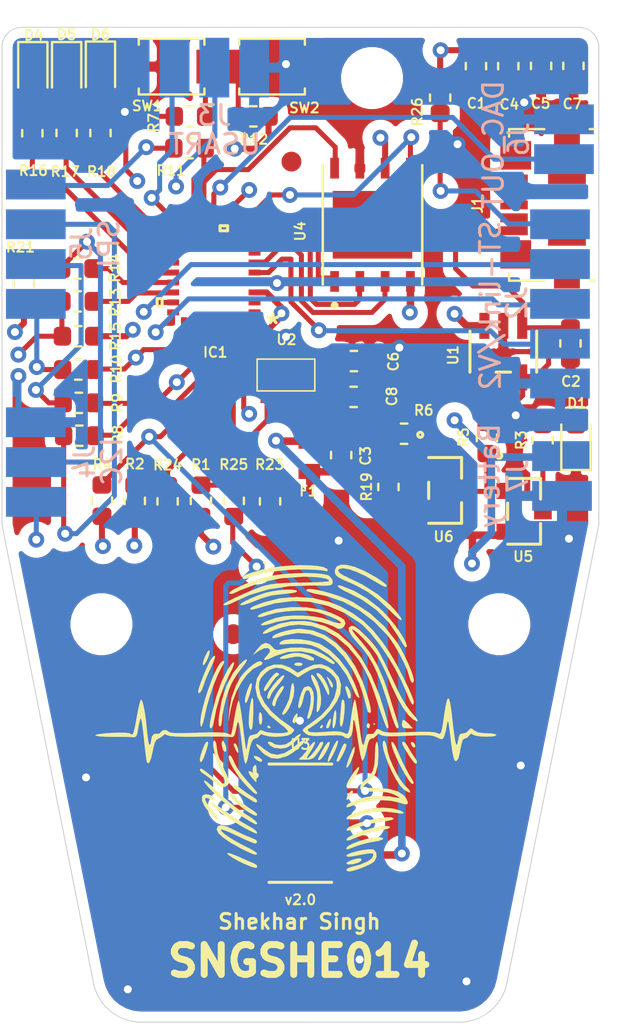
<source format=kicad_pcb>
(kicad_pcb (version 20171130) (host pcbnew "(5.1.5)-3")
  (title_block (title "Pulse Oximeter PCB") (date 2020-09-28) (rev v1.3) (company "University of Cape Town") (comment 1 EEE4022S) (comment 2 SNGSHE014) (comment 3 "Shekhar Singh"))
  (layers (0 F.Cu signal) (1 In1.Cu signal hide) (2 In2.Cu signal hide) (31 B.Cu signal) (34 B.Paste user) (35 F.Paste user) (36 B.SilkS user) (37 F.SilkS user) (38 B.Mask user) (39 F.Mask user) (44 Edge.Cuts user))
  (net 0 "")
  (net 1 GND)
  (net 2 +1.8V)
  (net 3 "Net-(C2-Pad1)")
  (net 4 +3.6V)
  (net 5 V_led)
  (net 6 "Net-(D1-Pad2)")
  (net 7 "Net-(D4-Pad2)")
  (net 8 "Net-(D5-Pad2)")
  (net 9 "Net-(D6-Pad2)")
  (net 10 "Net-(IC1-Pad1)")
  (net 11 "Net-(IC1-Pad2)")
  (net 12 NRST)
  (net 13 RESET)
  (net 14 SPI1_SCK)
  (net 15 SPI1_MOSI)
  (net 16 WP)
  (net 17 SPI1_NSS)
  (net 18 DAC_OUT2)
  (net 19 SPI1_MISO)
  (net 20 "Net-(IC1-Pad13)")
  (net 21 USART3_RX)
  (net 22 "Net-(IC1-Pad15)")
  (net 23 "Net-(IC1-Pad16)")
  (net 24 "Net-(IC1-Pad17)")
  (net 25 "Net-(IC1-Pad18)")
  (net 26 "Net-(IC1-Pad19)")
  (net 27 T_SWDIO)
  (net 28 T_SWCLK)
  (net 29 "Net-(IC1-Pad22)")
  (net 30 "Net-(IC1-Pad23)")
  (net 31 "Net-(IC1-Pad24)")
  (net 32 30102_INT)
  (net 33 I2C1_SCL)
  (net 34 I2C1_SDA)
  (net 35 USART3_TX)
  (net 36 "Net-(J1-Pad2)")
  (net 37 "Net-(J1-Pad3)")
  (net 38 "Net-(J1-Pad4)")
  (net 39 "Net-(J1-Pad6)")
  (net 40 "Net-(J2-Pad1)")
  (net 41 I2C2_SDA)
  (net 42 I2C2_SCL)
  (net 43 SPI1_SCK2)
  (net 44 SPI1_MISO2)
  (net 45 SPI1_NSS2)
  (net 46 SPI1_MOSI2)
  (net 47 "Net-(R11-Pad2)")
  (net 48 "Net-(R12-Pad2)")
  (net 49 "Net-(R23-Pad1)")
  (net 50 "Net-(R24-Pad2)")
  (net 51 "Net-(R25-Pad2)")
  (net 52 "Net-(U2-Pad4)")
  (net 53 "Net-(U3-Pad1)")
  (net 54 "Net-(U3-Pad5)")
  (net 55 "Net-(U3-Pad6)")
  (net 56 "Net-(U3-Pad7)")
  (net 57 "Net-(U3-Pad8)")
  (net 58 "Net-(U3-Pad14)")
  (net 59 "Net-(R3-Pad1)")
  (net 60 "Net-(R5-Pad1)")
  (net 61 "Net-(R19-Pad2)")
  (module PCB_footprints_project:z1 (layer F.Cu) (at 144.35 109.975)
    (fp_text reference G*** hide)
    (fp_text value LOGO hide)
  )
  (module Capacitor_SMD:C_0603_1608Metric (layer F.Cu) (at 153.825 76.95 270)
    (fp_text reference C1 (at 1.869999 -0.030001) (layer F.SilkS) (effects (font (size 0.5 0.5) (thickness 0.1))))
    (fp_text value 4.7uF)
    (pad 2 smd roundrect (at 0.7875 0 270) (size 0.875 0.95) (layers F.Cu F.Paste F.Mask) (net 1 GND))
    (pad 1 smd roundrect (at -0.7875 0 270) (size 0.875 0.95) (layers F.Cu F.Paste F.Mask) (net 2 +1.8V))
  )
  (module Capacitor_SMD:C_0603_1608Metric (layer F.Cu) (at 158.575 90.8875 270)
    (fp_text reference C2 (at 1.9125 -0.025 180) (layer F.SilkS) (effects (font (size 0.5 0.5) (thickness 0.1))))
    (fp_text value 1uF)
    (pad 2 smd roundrect (at 0.7875 0 270) (size 0.875 0.95) (layers F.Cu F.Paste F.Mask) (net 1 GND))
    (pad 1 smd roundrect (at -0.7875 0 270) (size 0.875 0.95) (layers F.Cu F.Paste F.Mask) (net 3 "Net-(C2-Pad1)"))
  )
  (module Capacitor_SMD:C_0603_1608Metric (layer F.Cu) (at 147.05 96.5 90)
    (fp_text reference C3 (at -0.0375 1.225 90) (layer F.SilkS) (effects (font (size 0.5 0.5) (thickness 0.1))))
    (fp_text value 1uF)
    (pad 1 smd roundrect (at -0.7875 0 90) (size 0.875 0.95) (layers F.Cu F.Paste F.Mask) (net 4 +3.6V))
    (pad 2 smd roundrect (at 0.7875 0 90) (size 0.875 0.95) (layers F.Cu F.Paste F.Mask) (net 1 GND))
  )
  (module Capacitor_SMD:C_0603_1608Metric (layer F.Cu) (at 155.45 76.95 270)
    (fp_text reference C4 (at 1.925 -0.05) (layer F.SilkS) (effects (font (size 0.5 0.5) (thickness 0.1))))
    (fp_text value 4.7uF)
    (pad 1 smd roundrect (at -0.7875 0 270) (size 0.875 0.95) (layers F.Cu F.Paste F.Mask) (net 2 +1.8V))
    (pad 2 smd roundrect (at 0.7875 0 270) (size 0.875 0.95) (layers F.Cu F.Paste F.Mask) (net 1 GND))
  )
  (module Capacitor_SMD:C_0603_1608Metric (layer F.Cu) (at 157.1 76.9375 270)
    (fp_text reference C5 (at 1.8875 0.025) (layer F.SilkS) (effects (font (size 0.5 0.5) (thickness 0.1))))
    (fp_text value 4.7uF)
    (pad 1 smd roundrect (at -0.7875 0 270) (size 0.875 0.95) (layers F.Cu F.Paste F.Mask) (net 2 +1.8V))
    (pad 2 smd roundrect (at 0.7875 0 270) (size 0.875 0.95) (layers F.Cu F.Paste F.Mask) (net 1 GND))
  )
  (module Capacitor_SMD:C_0603_1608Metric (layer F.Cu) (at 147.6875 91.775)
    (fp_text reference C6 (at 1.9875 0.025 90) (layer F.SilkS) (effects (font (size 0.5 0.5) (thickness 0.1))))
    (fp_text value 10uF)
    (pad 1 smd roundrect (at -0.7875 0) (size 0.875 0.95) (layers F.Cu F.Paste F.Mask) (net 5 V_led))
    (pad 2 smd roundrect (at 0.7875 0) (size 0.875 0.95) (layers F.Cu F.Paste F.Mask) (net 1 GND))
  )
  (module Capacitor_SMD:C_0603_1608Metric (layer F.Cu) (at 158.725 76.9375 270)
    (fp_text reference C7 (at 1.9125 0.05) (layer F.SilkS) (effects (font (size 0.5 0.5) (thickness 0.1))))
    (fp_text value 0.1uF)
    (pad 2 smd roundrect (at 0.7875 0 270) (size 0.875 0.95) (layers F.Cu F.Paste F.Mask) (net 1 GND))
    (pad 1 smd roundrect (at -0.7875 0 270) (size 0.875 0.95) (layers F.Cu F.Paste F.Mask) (net 2 +1.8V))
  )
  (module Capacitor_SMD:C_0603_1608Metric (layer F.Cu) (at 147.675 93.575)
    (fp_text reference C8 (at 1.925 -0.025 90) (layer F.SilkS) (effects (font (size 0.5 0.5) (thickness 0.1))))
    (fp_text value 0.1uF)
    (pad 2 smd roundrect (at 0.7875 0) (size 0.875 0.95) (layers F.Cu F.Paste F.Mask) (net 1 GND))
    (pad 1 smd roundrect (at -0.7875 0) (size 0.875 0.95) (layers F.Cu F.Paste F.Mask) (net 5 V_led))
  )
  (module LED_SMD:LED_0603_1608Metric (layer F.Cu) (at 158.85 95.7625 90)
    (fp_text reference D1 (at 1.8625 0.05 180) (layer F.SilkS) (effects (font (size 0.5 0.5) (thickness 0.1))))
    (fp_text value RED)
    (pad 2 smd roundrect (at 0.7875 0 90) (size 0.875 0.95) (layers F.Cu F.Paste F.Mask) (net 6 "Net-(D1-Pad2)"))
    (pad 1 smd roundrect (at -0.7875 0 90) (size 0.875 0.95) (layers F.Cu F.Paste F.Mask) (net 1 GND))
  )
  (module LED_SMD:LED_0603_1608Metric (layer F.Cu) (at 131.55 77.225 270)
    (fp_text reference D4 (at -1.825 -0.05) (layer F.SilkS) (effects (font (size 0.5 0.5) (thickness 0.1))))
    (fp_text value LED)
    (pad 1 smd roundrect (at -0.7875 0 270) (size 0.875 0.95) (layers F.Cu F.Paste F.Mask) (net 1 GND))
    (pad 2 smd roundrect (at 0.7875 0 270) (size 0.875 0.95) (layers F.Cu F.Paste F.Mask) (net 7 "Net-(D4-Pad2)"))
  )
  (module LED_SMD:LED_0603_1608Metric (layer F.Cu) (at 133.25 77.225 270)
    (fp_text reference D5 (at -1.85 0) (layer F.SilkS) (effects (font (size 0.5 0.5) (thickness 0.1))))
    (fp_text value LED)
    (pad 2 smd roundrect (at 0.7875 0 270) (size 0.875 0.95) (layers F.Cu F.Paste F.Mask) (net 8 "Net-(D5-Pad2)"))
    (pad 1 smd roundrect (at -0.7875 0 270) (size 0.875 0.95) (layers F.Cu F.Paste F.Mask) (net 1 GND))
  )
  (module LED_SMD:LED_0603_1608Metric (layer F.Cu) (at 134.95 77.2 270)
    (fp_text reference D6 (at -1.825 0) (layer F.SilkS) (effects (font (size 0.5 0.5) (thickness 0.1))))
    (fp_text value LED)
    (pad 1 smd roundrect (at -0.7875 0 270) (size 0.875 0.95) (layers F.Cu F.Paste F.Mask) (net 1 GND))
    (pad 2 smd roundrect (at 0.7875 0 270) (size 0.875 0.95) (layers F.Cu F.Paste F.Mask) (net 9 "Net-(D6-Pad2)"))
  )
  (module PCB_footprints_project:C2Q250 (layer F.Cu) (at 145.45 96.56 270)
    (fp_text reference F1 (at 1.75 0.05 180) (layer F.SilkS) (effects (font (size 0.5 0.5) (thickness 0.1))))
    (fp_text value 250mA)
    (pad 1 smd rect (at -0.76 0 270) (size 0.76 1.09) (layers F.Cu F.Paste F.Mask) (net 5 V_led))
    (pad 2 smd rect (at 0.76 0 270) (size 0.76 1.09) (layers F.Cu F.Paste F.Mask) (net 4 +3.6V))
  )
  (module Fiducial:Fiducial_1mm_Mask2mm (layer F.Cu) (at 141.625 105.5)
    (fp_text reference FID1 hide)
    (fp_text value Fiducial)
    (pad "" smd circle (at 0 0) (size 1 1) (layers F.Cu F.Mask) (clearance 0.5))
  )
  (module Fiducial:Fiducial_1mm_Mask2mm (layer F.Cu) (at 151.2 92.5)
    (fp_text reference FID2 hide)
    (fp_text value Fiducial)
    (pad "" smd circle (at 0 0) (size 1 1) (layers F.Cu F.Mask) (clearance 0.5))
  )
  (module Fiducial:Fiducial_1mm_Mask2mm (layer F.Cu) (at 144.55 81.75)
    (fp_text reference FID3 hide)
    (fp_text value Fiducial)
    (pad "" smd circle (at 0 0) (size 1 1) (layers F.Cu F.Mask) (clearance 0.5))
  )
  (module Fiducial:Fiducial_1mm_Mask2mm (layer F.Cu) (at 132.225 84.825)
    (fp_text reference FID4 hide)
    (fp_text value Fiducial)
    (pad "" smd circle (at 0 0) (size 1 1) (layers F.Cu F.Mask) (clearance 0.5))
  )
  (module MountingHole:MountingHole_2.1mm (layer F.Cu) (at 155 105)
    (fp_text reference H1)
    (fp_text value MountingHole)
    (pad "" np_thru_hole circle (at 0 0) (size 2.1 2.1) (drill 2.1) (layers *.Cu *.Mask))
  )
  (module MountingHole:MountingHole_2.1mm (layer F.Cu) (at 135 105)
    (fp_text reference H2)
    (fp_text value MountingHole)
    (pad "" np_thru_hole circle (at 0 0) (size 2.1 2.1) (drill 2.1) (layers *.Cu *.Mask))
  )
  (module MountingHole:MountingHole_2.1mm (layer F.Cu) (at 148.6 77.55)
    (fp_text reference H3)
    (fp_text value MountingHole)
    (pad "" np_thru_hole circle (at 0 0) (size 2.1 2.1) (drill 2.1) (layers *.Cu *.Mask))
  )
  (module PCB_footprints_project:STM32G0_UFQFPN28_T1 (layer F.Cu) (at 140.65 87.825 180)
    (fp_text reference IC1 (at -0.07 -3.51) (layer F.SilkS) (effects (font (size 0.5 0.5) (thickness 0.1))))
    (fp_text value STM32G071G8U6 hide)
    (fp_text user * (at -2.979674 -2.13233) (layer F.SilkS))
    (fp_text user * (at -2.979674 -2.13233) (layer F.SilkS))
    (pad 1 smd rect (at -2.0447 -1.50114 270) (size 0.299974 0.599948) (layers F.Cu F.Paste F.Mask) (net 10 "Net-(IC1-Pad1)"))
    (pad 2 smd rect (at -2.0447 -1.00076 270) (size 0.299974 0.599948) (layers F.Cu F.Paste F.Mask) (net 11 "Net-(IC1-Pad2)"))
    (pad 3 smd rect (at -2.0447 -0.50038 270) (size 0.299974 0.599948) (layers F.Cu F.Paste F.Mask) (net 2 +1.8V))
    (pad 4 smd rect (at -2.0447 0 270) (size 0.299974 0.599948) (layers F.Cu F.Paste F.Mask) (net 1 GND))
    (pad 5 smd rect (at -2.0447 0.50038 270) (size 0.299974 0.599948) (layers F.Cu F.Paste F.Mask) (net 12 NRST))
    (pad 6 smd rect (at -2.0447 1.00076 270) (size 0.299974 0.599948) (layers F.Cu F.Paste F.Mask) (net 13 RESET))
    (pad 7 smd rect (at -2.0447 1.50114 270) (size 0.299974 0.599948) (layers F.Cu F.Paste F.Mask) (net 14 SPI1_SCK))
    (pad 8 smd rect (at -1.50114 2.0447 180) (size 0.299974 0.599948) (layers F.Cu F.Paste F.Mask) (net 15 SPI1_MOSI))
    (pad 9 smd rect (at -1.00076 2.0447 180) (size 0.299974 0.599948) (layers F.Cu F.Paste F.Mask) (net 16 WP))
    (pad 10 smd rect (at -0.50038 2.0447 180) (size 0.299974 0.599948) (layers F.Cu F.Paste F.Mask) (net 17 SPI1_NSS))
    (pad 11 smd rect (at 0 2.0447 180) (size 0.299974 0.599948) (layers F.Cu F.Paste F.Mask) (net 18 DAC_OUT2))
    (pad 12 smd rect (at 0.50038 2.0447 180) (size 0.299974 0.599948) (layers F.Cu F.Paste F.Mask) (net 19 SPI1_MISO))
    (pad 13 smd rect (at 1.00076 2.0447 180) (size 0.299974 0.599948) (layers F.Cu F.Paste F.Mask) (net 20 "Net-(IC1-Pad13)"))
    (pad 14 smd rect (at 1.50114 2.0447 180) (size 0.299974 0.599948) (layers F.Cu F.Paste F.Mask) (net 21 USART3_RX))
    (pad 15 smd rect (at 2.0447 1.50114 270) (size 0.299974 0.599948) (layers F.Cu F.Paste F.Mask) (net 22 "Net-(IC1-Pad15)"))
    (pad 16 smd rect (at 2.0447 1.00076 270) (size 0.299974 0.599948) (layers F.Cu F.Paste F.Mask) (net 23 "Net-(IC1-Pad16)"))
    (pad 17 smd rect (at 2.0447 0.50038 270) (size 0.299974 0.599948) (layers F.Cu F.Paste F.Mask) (net 24 "Net-(IC1-Pad17)"))
    (pad 18 smd rect (at 2.0447 0 270) (size 0.299974 0.599948) (layers F.Cu F.Paste F.Mask) (net 25 "Net-(IC1-Pad18)"))
    (pad 19 smd rect (at 2.0447 -0.50038 270) (size 0.299974 0.599948) (layers F.Cu F.Paste F.Mask) (net 26 "Net-(IC1-Pad19)"))
    (pad 20 smd rect (at 2.0447 -1.00076 270) (size 0.299974 0.599948) (layers F.Cu F.Paste F.Mask) (net 27 T_SWDIO))
    (pad 21 smd rect (at 2.0447 -1.50114 270) (size 0.299974 0.599948) (layers F.Cu F.Paste F.Mask) (net 28 T_SWCLK))
    (pad 22 smd rect (at 1.50114 -2.0447 180) (size 0.299974 0.599948) (layers F.Cu F.Paste F.Mask) (net 29 "Net-(IC1-Pad22)"))
    (pad 23 smd rect (at 1.00076 -2.0447 180) (size 0.299974 0.599948) (layers F.Cu F.Paste F.Mask) (net 30 "Net-(IC1-Pad23)"))
    (pad 24 smd rect (at 0.50038 -2.0447 180) (size 0.299974 0.599948) (layers F.Cu F.Paste F.Mask) (net 31 "Net-(IC1-Pad24)"))
    (pad 25 smd rect (at 0 -2.0447 180) (size 0.299974 0.599948) (layers F.Cu F.Paste F.Mask) (net 32 30102_INT))
    (pad 26 smd rect (at -0.50038 -2.0447 180) (size 0.299974 0.599948) (layers F.Cu F.Paste F.Mask) (net 33 I2C1_SCL))
    (pad 27 smd rect (at -1.00076 -2.0447 180) (size 0.299974 0.599948) (layers F.Cu F.Paste F.Mask) (net 34 I2C1_SDA))
    (pad 28 smd rect (at -1.50114 -2.0447 180) (size 0.299974 0.599948) (layers F.Cu F.Paste F.Mask) (net 35 USART3_TX))
  )
  (module Connector_USB:USB_Micro-B_Molex_47346-0001 (layer F.Cu) (at 157.2 83.925 90)
    (fp_text reference J1 (at 0 -3.3 270) (layer F.SilkS) (effects (font (size 0.5 0.5) (thickness 0.1))))
    (fp_text value USB_B_Micro)
    (pad 1 smd rect (at -1.3 -1.46 90) (size 0.45 1.38) (layers F.Cu F.Paste F.Mask) (net 3 "Net-(C2-Pad1)"))
    (pad 2 smd rect (at -0.65 -1.46 90) (size 0.45 1.38) (layers F.Cu F.Paste F.Mask) (net 36 "Net-(J1-Pad2)"))
    (pad 3 smd rect (at 0 -1.46 90) (size 0.45 1.38) (layers F.Cu F.Paste F.Mask) (net 37 "Net-(J1-Pad3)"))
    (pad 4 smd rect (at 0.65 -1.46 90) (size 0.45 1.38) (layers F.Cu F.Paste F.Mask) (net 38 "Net-(J1-Pad4)"))
    (pad 5 smd rect (at 1.3 -1.46 90) (size 0.45 1.38) (layers F.Cu F.Paste F.Mask) (net 1 GND))
    (pad 6 smd rect (at -2.4875 -1.375 90) (size 1.425 1.55) (layers F.Cu F.Paste F.Mask) (net 39 "Net-(J1-Pad6)"))
    (pad 6 smd rect (at 2.4875 -1.375 90) (size 1.425 1.55) (layers F.Cu F.Paste F.Mask) (net 39 "Net-(J1-Pad6)"))
    (pad 6 smd rect (at -3.375 1.2 90) (size 1.65 1.3) (layers F.Cu F.Paste F.Mask) (net 39 "Net-(J1-Pad6)"))
    (pad 6 smd rect (at 3.375 1.2 90) (size 1.65 1.3) (layers F.Cu F.Paste F.Mask) (net 39 "Net-(J1-Pad6)"))
    (pad 6 smd rect (at -1.15 1.2 90) (size 1.8 1.9) (layers F.Cu F.Paste F.Mask) (net 39 "Net-(J1-Pad6)"))
    (pad 6 smd rect (at 1.55 1.2 90) (size 1 1.9) (layers F.Cu F.Paste F.Mask) (net 39 "Net-(J1-Pad6)"))
  )
  (module solderPads:SolderWirePad_1x05_SMD (layer B.Cu) (at 158.05 88.9 270)
    (fp_text reference J2 (at -0.05 2.175 90) (layer B.SilkS) (effects (justify mirror)))
    (fp_text value ST-link/V2 (at 0.075 3.5 90) (layer B.SilkS) (effects (justify mirror)))
    (pad 2 smd trapezoid (at -2 0 270) (size 1.5 3) (layers B.Cu B.Paste B.Mask) (net 27 T_SWDIO))
    (pad 3 smd trapezoid (at 0 0 270) (size 1.5 3) (layers B.Cu B.Paste B.Mask) (net 28 T_SWCLK))
    (pad 4 smd trapezoid (at 2 0 270) (size 1.5 3) (layers B.Cu B.Paste B.Mask) (net 12 NRST))
    (pad 1 smd trapezoid (at -4 0 270) (size 1.5 3) (layers B.Cu B.Paste B.Mask) (net 40 "Net-(J2-Pad1)"))
    (pad 5 smd trapezoid (at 4 0 270) (size 1.5 3) (layers B.Cu B.Paste B.Mask) (net 1 GND))
  )
  (module solderPads:SolderWirePad_1x03_SMD (layer B.Cu) (at 140.675 77.025)
    (fp_text reference J3 (at 0 2.4) (layer B.SilkS) (effects (justify mirror)))
    (fp_text value USART (at 0.025 3.85) (layer B.SilkS) (effects (justify mirror)))
    (pad 3 smd trapezoid (at 2 0) (size 1.5 3) (layers B.Cu B.Paste B.Mask) (net 1 GND))
    (pad 2 smd trapezoid (at 0 0) (size 1.5 3) (layers B.Cu B.Paste B.Mask) (net 35 USART3_TX))
    (pad 1 smd trapezoid (at -2 0) (size 1.5 3) (layers B.Cu B.Paste B.Mask) (net 21 USART3_RX))
  )
  (module solderPads:SolderWirePad_1x03_SMD (layer B.Cu) (at 131.7 96.85 90)
    (fp_text reference J4 (at 0.025 2.45 90) (layer B.SilkS) (effects (justify mirror)))
    (fp_text value I2C (at 0.025 3.825 90) (layer B.SilkS) (effects (justify mirror)))
    (pad 1 smd trapezoid (at -2 0 90) (size 1.5 3) (layers B.Cu B.Paste B.Mask) (net 41 I2C2_SDA))
    (pad 2 smd trapezoid (at 0 0 90) (size 1.5 3) (layers B.Cu B.Paste B.Mask) (net 42 I2C2_SCL))
    (pad 3 smd trapezoid (at 2 0 90) (size 1.5 3) (layers B.Cu B.Paste B.Mask) (net 1 GND))
  )
  (module solderPads:SolderWirePad_1x04_SMD (layer B.Cu) (at 131.7 85.9 90)
    (fp_text reference J5 (at 0.025 2.3 90) (layer B.SilkS) (effects (justify mirror)))
    (fp_text value SPI (at 0.025 3.675 90) (layer B.SilkS) (effects (justify mirror)))
    (pad 2 smd trapezoid (at -1 0 90) (size 1.5 3) (layers B.Cu B.Paste B.Mask) (net 43 SPI1_SCK2))
    (pad 3 smd trapezoid (at 1 0 90) (size 1.5 3) (layers B.Cu B.Paste B.Mask) (net 44 SPI1_MISO2))
    (pad 1 smd trapezoid (at -3 0 90) (size 1.5 3) (layers B.Cu B.Paste B.Mask) (net 45 SPI1_NSS2))
    (pad 4 smd trapezoid (at 3 0 90) (size 1.5 3) (layers B.Cu B.Paste B.Mask) (net 46 SPI1_MOSI2))
  )
  (module solderPads:SolderWirePad_1x02_SMD (layer B.Cu) (at 158.25 80.625 90)
    (fp_text reference J6 (at 0 -2.28 90) (layer B.SilkS) (effects (justify mirror)))
    (fp_text value DAC_OUT (at -0.275 -3.55 90) (layer B.SilkS) (effects (justify mirror)))
    (pad 2 smd trapezoid (at 1 0 90) (size 1.5 3) (layers B.Cu B.Paste B.Mask) (net 1 GND))
    (pad 1 smd trapezoid (at -1 0 90) (size 1.5 3) (layers B.Cu B.Paste B.Mask) (net 18 DAC_OUT2))
  )
  (module solderPads:SolderWirePad_1x02_SMD (layer B.Cu) (at 158.15 97.55 270)
    (fp_text reference J7 (at 0 2.225 90) (layer B.SilkS) (effects (justify mirror)))
    (fp_text value Battery (at 0 3.65 90) (layer B.SilkS) (effects (justify mirror)))
    (pad 1 smd trapezoid (at -1 0 270) (size 1.5 3) (layers B.Cu B.Paste B.Mask) (net 4 +3.6V))
    (pad 2 smd trapezoid (at 1 0 270) (size 1.5 3) (layers B.Cu B.Paste B.Mask) (net 1 GND))
  )
  (module Resistor_SMD:R_0603_1608Metric (layer F.Cu) (at 140 98.8 90)
    (fp_text reference R1 (at 1.825 0 180) (layer F.SilkS) (effects (font (size 0.5 0.5) (thickness 0.1))))
    (fp_text value 1.8K)
    (pad 2 smd roundrect (at 0.7875 0 90) (size 0.875 0.95) (layers F.Cu F.Paste F.Mask) (net 34 I2C1_SDA))
    (pad 1 smd roundrect (at -0.7875 0 90) (size 0.875 0.95) (layers F.Cu F.Paste F.Mask) (net 2 +1.8V))
  )
  (module Resistor_SMD:R_0603_1608Metric (layer F.Cu) (at 136.675 98.8 90)
    (fp_text reference R2 (at 1.85 0 180) (layer F.SilkS) (effects (font (size 0.5 0.5) (thickness 0.1))))
    (fp_text value 1.8K)
    (pad 1 smd roundrect (at -0.7875 0 90) (size 0.875 0.95) (layers F.Cu F.Paste F.Mask) (net 2 +1.8V))
    (pad 2 smd roundrect (at 0.7875 0 90) (size 0.875 0.95) (layers F.Cu F.Paste F.Mask) (net 33 I2C1_SCL))
  )
  (module Resistor_SMD:R_0603_1608Metric (layer F.Cu) (at 157.175 95.75 90)
    (fp_text reference R3 (at 0 -1.075 90) (layer F.SilkS) (effects (font (size 0.5 0.5) (thickness 0.1))))
    (fp_text value 10K)
    (pad 2 smd roundrect (at 0.7875 0 90) (size 0.875 0.95) (layers F.Cu F.Paste F.Mask) (net 6 "Net-(D1-Pad2)"))
    (pad 1 smd roundrect (at -0.7875 0 90) (size 0.875 0.95) (layers F.Cu F.Paste F.Mask) (net 59 "Net-(R3-Pad1)"))
  )
  (module Resistor_SMD:R_0603_1608Metric (layer F.Cu) (at 135.025 98.7875 90)
    (fp_text reference R4 (at 1.8125 0.025 180) (layer F.SilkS) (effects (font (size 0.5 0.5) (thickness 0.1))))
    (fp_text value 1.8K)
    (pad 2 smd roundrect (at 0.7875 0 90) (size 0.875 0.95) (layers F.Cu F.Paste F.Mask) (net 32 30102_INT))
    (pad 1 smd roundrect (at -0.7875 0 90) (size 0.875 0.95) (layers F.Cu F.Paste F.Mask) (net 2 +1.8V))
  )
  (module Resistor_SMD:R_0603_1608Metric (layer F.Cu) (at 154.375 95.6375 90)
    (fp_text reference R5 (at 0.0375 -1.175 90) (layer F.SilkS) (effects (font (size 0.5 0.5) (thickness 0.1))))
    (fp_text value 10K)
    (pad 1 smd roundrect (at -0.7875 0 90) (size 0.875 0.95) (layers F.Cu F.Paste F.Mask) (net 60 "Net-(R5-Pad1)"))
    (pad 2 smd roundrect (at 0.7875 0 90) (size 0.875 0.95) (layers F.Cu F.Paste F.Mask) (net 1 GND))
  )
  (module Resistor_SMD:R_0603_1608Metric (layer F.Cu) (at 150.2125 95.425)
    (fp_text reference R6 (at 0.9875 -1.175) (layer F.SilkS) (effects (font (size 0.5 0.5) (thickness 0.1))))
    (fp_text value 10K)
    (pad 2 smd roundrect (at 0.7875 0) (size 0.875 0.95) (layers F.Cu F.Paste F.Mask) (net 1 GND))
    (pad 1 smd roundrect (at -0.7875 0) (size 0.875 0.95) (layers F.Cu F.Paste F.Mask) (net 61 "Net-(R19-Pad2)"))
  )
  (module Resistor_SMD:R_0603_1608Metric (layer F.Cu) (at 139.425 81.075)
    (fp_text reference R7 (at -1.8 -1.275 90) (layer F.SilkS) (effects (font (size 0.5 0.5) (thickness 0.1))))
    (fp_text value 0)
    (pad 1 smd roundrect (at -0.7875 0) (size 0.875 0.95) (layers F.Cu F.Paste F.Mask) (net 46 SPI1_MOSI2))
    (pad 2 smd roundrect (at 0.7875 0) (size 0.875 0.95) (layers F.Cu F.Paste F.Mask) (net 20 "Net-(IC1-Pad13)"))
  )
  (module Resistor_SMD:R_0603_1608Metric (layer F.Cu) (at 133.8875 95.525 180)
    (fp_text reference R8 (at -1.9375 0.05 270) (layer F.SilkS) (effects (font (size 0.5 0.5) (thickness 0.1))))
    (fp_text value 0)
    (pad 2 smd roundrect (at 0.7875 0 180) (size 0.875 0.95) (layers F.Cu F.Paste F.Mask) (net 44 SPI1_MISO2))
    (pad 1 smd roundrect (at -0.7875 0 180) (size 0.875 0.95) (layers F.Cu F.Paste F.Mask) (net 31 "Net-(IC1-Pad24)"))
  )
  (module Resistor_SMD:R_0603_1608Metric (layer F.Cu) (at 133.8625 93.875 180)
    (fp_text reference R9 (at -1.9375 0 270) (layer F.SilkS) (effects (font (size 0.5 0.5) (thickness 0.1))))
    (fp_text value 0)
    (pad 1 smd roundrect (at -0.7875 0 180) (size 0.875 0.95) (layers F.Cu F.Paste F.Mask) (net 30 "Net-(IC1-Pad23)"))
    (pad 2 smd roundrect (at 0.7875 0 180) (size 0.875 0.95) (layers F.Cu F.Paste F.Mask) (net 43 SPI1_SCK2))
  )
  (module Resistor_SMD:R_0603_1608Metric (layer F.Cu) (at 133.8375 92.2 180)
    (fp_text reference R10 (at -1.9125 0.025 270) (layer F.SilkS) (effects (font (size 0.5 0.5) (thickness 0.1))))
    (fp_text value 0)
    (pad 2 smd roundrect (at 0.7875 0 180) (size 0.875 0.95) (layers F.Cu F.Paste F.Mask) (net 45 SPI1_NSS2))
    (pad 1 smd roundrect (at -0.7875 0 180) (size 0.875 0.95) (layers F.Cu F.Paste F.Mask) (net 29 "Net-(IC1-Pad22)"))
  )
  (module Resistor_SMD:R_0603_1608Metric (layer F.Cu) (at 139.45 79.475)
    (fp_text reference R11 (at -0.95 2.725 180) (layer F.SilkS) (effects (font (size 0.5 0.5) (thickness 0.1))))
    (fp_text value 0)
    (pad 2 smd roundrect (at 0.7875 0) (size 0.875 0.95) (layers F.Cu F.Paste F.Mask) (net 47 "Net-(R11-Pad2)"))
    (pad 1 smd roundrect (at -0.7875 0) (size 0.875 0.95) (layers F.Cu F.Paste F.Mask) (net 29 "Net-(IC1-Pad22)"))
  )
  (module Resistor_SMD:R_0603_1608Metric (layer F.Cu) (at 142.6375 79.475 180)
    (fp_text reference R12 (at -0.0125 -1.15) (layer F.SilkS) (effects (font (size 0.5 0.5) (thickness 0.1))))
    (fp_text value 0)
    (pad 1 smd roundrect (at -0.7875 0 180) (size 0.875 0.95) (layers F.Cu F.Paste F.Mask) (net 30 "Net-(IC1-Pad23)"))
    (pad 2 smd roundrect (at 0.7875 0 180) (size 0.875 0.95) (layers F.Cu F.Paste F.Mask) (net 48 "Net-(R12-Pad2)"))
  )
  (module Resistor_SMD:R_0603_1608Metric (layer F.Cu) (at 133.8 88.775 180)
    (fp_text reference R13 (at -1.9 -0.05 90) (layer F.SilkS) (effects (font (size 0.5 0.5) (thickness 0.1))))
    (fp_text value 0)
    (pad 2 smd roundrect (at 0.7875 0 180) (size 0.875 0.95) (layers F.Cu F.Paste F.Mask) (net 41 I2C2_SDA))
    (pad 1 smd roundrect (at -0.7875 0 180) (size 0.875 0.95) (layers F.Cu F.Paste F.Mask) (net 26 "Net-(IC1-Pad19)"))
  )
  (module Resistor_SMD:R_0603_1608Metric (layer F.Cu) (at 133.7875 87.125 180)
    (fp_text reference R14 (at -1.8875 0.025 90) (layer F.SilkS) (effects (font (size 0.5 0.5) (thickness 0.1))))
    (fp_text value 0)
    (pad 1 smd roundrect (at -0.7875 0 180) (size 0.875 0.95) (layers F.Cu F.Paste F.Mask) (net 25 "Net-(IC1-Pad18)"))
    (pad 2 smd roundrect (at 0.7875 0 180) (size 0.875 0.95) (layers F.Cu F.Paste F.Mask) (net 42 I2C2_SCL))
  )
  (module Resistor_SMD:R_0603_1608Metric (layer F.Cu) (at 133.825 90.525 180)
    (fp_text reference R15 (at -1.875 0 90) (layer F.SilkS) (effects (font (size 0.5 0.5) (thickness 0.1))))
    (fp_text value 1.8K)
    (pad 2 smd roundrect (at 0.7875 0 180) (size 0.875 0.95) (layers F.Cu F.Paste F.Mask) (net 41 I2C2_SDA))
    (pad 1 smd roundrect (at -0.7875 0 180) (size 0.875 0.95) (layers F.Cu F.Paste F.Mask) (net 2 +1.8V))
  )
  (module Resistor_SMD:R_0603_1608Metric (layer F.Cu) (at 131.525 80.325 270)
    (fp_text reference R16 (at 1.875 -0.05) (layer F.SilkS) (effects (font (size 0.5 0.5) (thickness 0.1))))
    (fp_text value 1.8K)
    (pad 1 smd roundrect (at -0.7875 0 270) (size 0.875 0.95) (layers F.Cu F.Paste F.Mask) (net 7 "Net-(D4-Pad2)"))
    (pad 2 smd roundrect (at 0.7875 0 270) (size 0.875 0.95) (layers F.Cu F.Paste F.Mask) (net 24 "Net-(IC1-Pad17)"))
  )
  (module Resistor_SMD:R_0603_1608Metric (layer F.Cu) (at 133.25 80.3125 270)
    (fp_text reference R17 (at 1.9375 0.075) (layer F.SilkS) (effects (font (size 0.5 0.5) (thickness 0.1))))
    (fp_text value 1.8K)
    (pad 2 smd roundrect (at 0.7875 0 270) (size 0.875 0.95) (layers F.Cu F.Paste F.Mask) (net 23 "Net-(IC1-Pad16)"))
    (pad 1 smd roundrect (at -0.7875 0 270) (size 0.875 0.95) (layers F.Cu F.Paste F.Mask) (net 8 "Net-(D5-Pad2)"))
  )
  (module Resistor_SMD:R_0603_1608Metric (layer F.Cu) (at 134.95 80.3125 270)
    (fp_text reference R18 (at 1.9375 -0.05) (layer F.SilkS) (effects (font (size 0.5 0.5) (thickness 0.1))))
    (fp_text value 1.8K)
    (pad 1 smd roundrect (at -0.7875 0 270) (size 0.875 0.95) (layers F.Cu F.Paste F.Mask) (net 9 "Net-(D6-Pad2)"))
    (pad 2 smd roundrect (at 0.7875 0 270) (size 0.875 0.95) (layers F.Cu F.Paste F.Mask) (net 22 "Net-(IC1-Pad15)"))
  )
  (module Resistor_SMD:R_0603_1608Metric (layer F.Cu) (at 149.425 98.1 90)
    (fp_text reference R19 (at 0 -1.1 90) (layer F.SilkS) (effects (font (size 0.5 0.5) (thickness 0.1))))
    (fp_text value 1.8K)
    (pad 1 smd roundrect (at -0.7875 0 90) (size 0.875 0.95) (layers F.Cu F.Paste F.Mask) (net 4 +3.6V))
    (pad 2 smd roundrect (at 0.7875 0 90) (size 0.875 0.95) (layers F.Cu F.Paste F.Mask) (net 61 "Net-(R19-Pad2)"))
  )
  (module Resistor_SMD:R_0603_1608Metric (layer F.Cu) (at 131.1 87.875 90)
    (fp_text reference R21 (at 1.825 -0.175 180) (layer F.SilkS) (effects (font (size 0.5 0.5) (thickness 0.1))))
    (fp_text value 1.8K)
    (pad 1 smd roundrect (at -0.7875 0 90) (size 0.875 0.95) (layers F.Cu F.Paste F.Mask) (net 2 +1.8V))
    (pad 2 smd roundrect (at 0.7875 0 90) (size 0.875 0.95) (layers F.Cu F.Paste F.Mask) (net 42 I2C2_SCL))
  )
  (module Resistor_SMD:R_0603_1608Metric (layer F.Cu) (at 143.475 98.825 270)
    (fp_text reference R23 (at -1.85 0.025 180) (layer F.SilkS) (effects (font (size 0.5 0.5) (thickness 0.1))))
    (fp_text value 0)
    (pad 1 smd roundrect (at -0.7875 0 270) (size 0.875 0.95) (layers F.Cu F.Paste F.Mask) (net 49 "Net-(R23-Pad1)"))
    (pad 2 smd roundrect (at 0.7875 0 270) (size 0.875 0.95) (layers F.Cu F.Paste F.Mask) (net 4 +3.6V))
  )
  (module Resistor_SMD:R_0603_1608Metric (layer F.Cu) (at 138.325 98.825 270)
    (fp_text reference R24 (at -1.825 0 180) (layer F.SilkS) (effects (font (size 0.5 0.5) (thickness 0.1))))
    (fp_text value 0)
    (pad 2 smd roundrect (at 0.7875 0 270) (size 0.875 0.95) (layers F.Cu F.Paste F.Mask) (net 50 "Net-(R24-Pad2)"))
    (pad 1 smd roundrect (at -0.7875 0 270) (size 0.875 0.95) (layers F.Cu F.Paste F.Mask) (net 33 I2C1_SCL))
  )
  (module Resistor_SMD:R_0603_1608Metric (layer F.Cu) (at 141.65 98.8 270)
    (fp_text reference R25 (at -1.825 0 180) (layer F.SilkS) (effects (font (size 0.5 0.5) (thickness 0.1))))
    (fp_text value 0)
    (pad 1 smd roundrect (at -0.7875 0 270) (size 0.875 0.95) (layers F.Cu F.Paste F.Mask) (net 34 I2C1_SDA))
    (pad 2 smd roundrect (at 0.7875 0 270) (size 0.875 0.95) (layers F.Cu F.Paste F.Mask) (net 51 "Net-(R25-Pad2)"))
  )
  (module Resistor_SMD:R_0603_1608Metric (layer F.Cu) (at 152.025 78.5375 90)
    (fp_text reference R26 (at -0.7125 -1.15 90) (layer F.SilkS) (effects (font (size 0.5 0.5) (thickness 0.1))))
    (fp_text value 0)
    (pad 2 smd roundrect (at 0.7875 0 90) (size 0.875 0.95) (layers F.Cu F.Paste F.Mask) (net 2 +1.8V))
    (pad 1 smd roundrect (at -0.7875 0 90) (size 0.875 0.95) (layers F.Cu F.Paste F.Mask) (net 40 "Net-(J2-Pad1)"))
  )
  (module Button_Switch_SMD:SW_SPST_B3U-1000P (layer F.Cu) (at 138.525 76.975 180)
    (fp_text reference SW1 (at 1.225 -1.975) (layer F.SilkS) (effects (font (size 0.5 0.5) (thickness 0.1))))
    (fp_text value SW_Push)
    (pad 2 smd rect (at 1.7 0 180) (size 0.9 1.7) (layers F.Cu F.Paste F.Mask) (net 1 GND))
    (pad 1 smd rect (at -1.7 0 180) (size 0.9 1.7) (layers F.Cu F.Paste F.Mask) (net 47 "Net-(R11-Pad2)"))
  )
  (module Button_Switch_SMD:SW_SPST_B3U-1000P (layer F.Cu) (at 143.575 76.975)
    (fp_text reference SW2 (at 1.625 2.075) (layer F.SilkS) (effects (font (size 0.5 0.5) (thickness 0.1))))
    (fp_text value SW_Push)
    (pad 1 smd rect (at -1.7 0) (size 0.9 1.7) (layers F.Cu F.Paste F.Mask) (net 48 "Net-(R12-Pad2)"))
    (pad 2 smd rect (at 1.7 0) (size 0.9 1.7) (layers F.Cu F.Paste F.Mask) (net 1 GND))
  )
  (module mcp:MCP73811T-420I&slash_OT (layer F.Cu) (at 155.2 91.3 270)
    (fp_text reference U1 (at 0.175 2.525 90) (layer F.SilkS) (effects (font (size 0.5 0.5) (thickness 0.1))))
    (fp_text value MCP73811T-420I_OT hide)
    (pad 1 smd rect (at -1.2954 -0.950001 270) (size 1.309599 0.508) (layers F.Cu F.Paste F.Mask) (net 3 "Net-(C2-Pad1)"))
    (pad 2 smd rect (at -1.2954 0 270) (size 1.309599 0.508) (layers F.Cu F.Paste F.Mask) (net 1 GND))
    (pad 3 smd rect (at -1.2954 0.950001 270) (size 1.309599 0.508) (layers F.Cu F.Paste F.Mask) (net 4 +3.6V))
    (pad 4 smd rect (at 1.2954 0.950001 270) (size 1.309599 0.508) (layers F.Cu F.Paste F.Mask) (net 3 "Net-(C2-Pad1)"))
    (pad 5 smd rect (at 1.2954 -0.950001 270) (size 1.309599 0.508) (layers F.Cu F.Paste F.Mask) (net 3 "Net-(C2-Pad1)"))
  )
  (module MIC94310:MIC94310-GYM5-SOT-753 (layer F.Cu) (at 144.275 92.475 180)
    (fp_text reference U2 (at -0.025 1.775) (layer F.SilkS) (effects (font (size 0.5 0.5) (thickness 0.1))))
    (fp_text value MIC94310)
    (pad 1 smd rect (at 0.95 -0.9 180) (size 0.662 1.02) (layers F.Cu F.Paste F.Mask) (net 49 "Net-(R23-Pad1)"))
    (pad 2 smd rect (at 0 -0.9 180) (size 0.662 1.02) (layers F.Cu F.Paste F.Mask) (net 1 GND))
    (pad 3 smd rect (at -0.95 -0.9 180) (size 0.662 1.02) (layers F.Cu F.Paste F.Mask) (net 49 "Net-(R23-Pad1)"))
    (pad 4 smd rect (at -0.95 0.9 180) (size 0.662 1.02) (layers F.Cu F.Paste F.Mask) (net 52 "Net-(U2-Pad4)"))
    (pad 5 smd rect (at 0.95 0.9 180) (size 0.662 1.02) (layers F.Cu F.Paste F.Mask) (net 2 +1.8V))
  )
  (module PCB_footprints_project2:MAX30102EFD&plus_ (layer F.Cu) (at 145 115)
    (fp_text reference U3 (at 0 -3.96) (layer F.SilkS) (effects (font (size 0.5 0.5) (thickness 0.1))))
    (fp_text value MAX30102EFD+)
    (pad 1 smd rect (at -1.3438 -2.4) (size 0.807999 0.3056) (layers F.Cu F.Paste F.Mask) (net 53 "Net-(U3-Pad1)"))
    (pad 2 smd rect (at -1.3438 -1.599999) (size 0.807999 0.3056) (layers F.Cu F.Paste F.Mask) (net 50 "Net-(R24-Pad2)"))
    (pad 3 smd rect (at -1.3438 -0.800001) (size 0.807999 0.3056) (layers F.Cu F.Paste F.Mask) (net 51 "Net-(R25-Pad2)"))
    (pad 4 smd rect (at -1.3438 0) (size 0.807999 0.3056) (layers F.Cu F.Paste F.Mask) (net 1 GND))
    (pad 5 smd rect (at -1.3438 0.799998) (size 0.807999 0.3056) (layers F.Cu F.Paste F.Mask) (net 54 "Net-(U3-Pad5)"))
    (pad 6 smd rect (at -1.3438 1.599999) (size 0.807999 0.3056) (layers F.Cu F.Paste F.Mask) (net 55 "Net-(U3-Pad6)"))
    (pad 7 smd rect (at -1.3438 2.4) (size 0.807999 0.3056) (layers F.Cu F.Paste F.Mask) (net 56 "Net-(U3-Pad7)"))
    (pad 8 smd rect (at 1.3438 2.4) (size 0.807999 0.3056) (layers F.Cu F.Paste F.Mask) (net 57 "Net-(U3-Pad8)"))
    (pad 9 smd rect (at 1.3438 1.599999) (size 0.807999 0.3056) (layers F.Cu F.Paste F.Mask) (net 5 V_led))
    (pad 10 smd rect (at 1.3438 0.800001) (size 0.807999 0.3056) (layers F.Cu F.Paste F.Mask) (net 5 V_led))
    (pad 11 smd rect (at 1.3438 0) (size 0.807999 0.3056) (layers F.Cu F.Paste F.Mask) (net 2 +1.8V))
    (pad 12 smd rect (at 1.3438 -0.799998) (size 0.807999 0.3056) (layers F.Cu F.Paste F.Mask) (net 1 GND))
    (pad 13 smd rect (at 1.3438 -1.599999) (size 0.807999 0.3056) (layers F.Cu F.Paste F.Mask) (net 32 30102_INT))
    (pad 14 smd rect (at 1.3438 -2.4) (size 0.807999 0.3056) (layers F.Cu F.Paste F.Mask) (net 58 "Net-(U3-Pad14)"))
  )
  (module "Memory IC:SON127P500X600X60-9N" (layer F.Cu) (at 148.625 84.925 90)
    (fp_text reference U4 (at -0.325 -3.635 90) (layer F.SilkS) (effects (font (size 0.5 0.5) (thickness 0.1))))
    (fp_text value AT45DB081E-MHN-Y)
    (pad 1 smd rect (at -2.845 -1.905 90) (size 1.04 0.44) (layers F.Cu F.Paste F.Mask) (net 15 SPI1_MOSI))
    (pad 2 smd rect (at -2.845 -0.635 90) (size 1.04 0.44) (layers F.Cu F.Paste F.Mask) (net 14 SPI1_SCK))
    (pad 3 smd rect (at -2.845 0.635 90) (size 1.04 0.44) (layers F.Cu F.Paste F.Mask) (net 13 RESET))
    (pad 4 smd rect (at -2.845 1.905 90) (size 1.04 0.44) (layers F.Cu F.Paste F.Mask) (net 17 SPI1_NSS))
    (pad 5 smd rect (at 2.845 1.905 90) (size 1.04 0.44) (layers F.Cu F.Paste F.Mask) (net 16 WP))
    (pad 6 smd rect (at 2.845 0.635 90) (size 1.04 0.44) (layers F.Cu F.Paste F.Mask) (net 2 +1.8V))
    (pad 7 smd rect (at 2.845 -0.635 90) (size 1.04 0.44) (layers F.Cu F.Paste F.Mask) (net 1 GND))
    (pad 8 smd rect (at 2.845 -1.905 90) (size 1.04 0.44) (layers F.Cu F.Paste F.Mask) (net 19 SPI1_MISO))
    (pad 9 smd rect (at 0 0 90) (size 3.4 4) (layers F.Cu F.Mask))
  )
  (module pnp:MMBT3906-7-F (layer F.Cu) (at 156.244999 99.324999 270)
    (fp_text reference U5 (at 2.275001 0.044999 180) (layer F.SilkS) (effects (font (size 0.5 0.5) (thickness 0.1))))
    (fp_text value MMBT3906-7-F hide)
    (pad 1 smd rect (at -1.024999 0.944999 270) (size 0.8128 0.889) (layers F.Cu F.Paste F.Mask) (net 60 "Net-(R5-Pad1)"))
    (pad 2 smd rect (at 1.024999 0.944999 270) (size 0.8128 0.889) (layers F.Cu F.Paste F.Mask) (net 4 +3.6V))
    (pad 3 smd rect (at 0 -0.945 270) (size 0.8128 0.889) (layers F.Cu F.Paste F.Mask) (net 59 "Net-(R3-Pad1)"))
  )
  (module pnp:MMBT3906-7-F (layer F.Cu) (at 152.275 98.275 270)
    (fp_text reference U6 (at 2.325 0.075 180) (layer F.SilkS) (effects (font (size 0.5 0.5) (thickness 0.1))))
    (fp_text value MMBT3906-7-F hide)
    (pad 3 smd rect (at 0 -0.945 270) (size 0.8128 0.889) (layers F.Cu F.Paste F.Mask) (net 60 "Net-(R5-Pad1)"))
    (pad 2 smd rect (at 1.024999 0.944999 270) (size 0.8128 0.889) (layers F.Cu F.Paste F.Mask) (net 4 +3.6V))
    (pad 1 smd rect (at -1.024999 0.944999 270) (size 0.8128 0.889) (layers F.Cu F.Paste F.Mask) (net 61 "Net-(R19-Pad2)"))
  )
  (gr_text v2.0 (at 145 118.85) (layer F.SilkS) (effects (font (size 0.5 0.5) (thickness 0.1))))
  (gr_text "Shekhar Singh" (at 144.95 119.95) (layer F.SilkS) (effects (font (size 0.75 0.75))))
  (gr_text SNGSHE014 (at 144.95 121.925) (layer F.SilkS) (effects (font (size 1.5 1.5) (thickness 0.35))))
  (gr_line (start 131 75) (end 159 75) (layer Edge.Cuts) (width 0.05))
  (gr_line (start 160 76) (end 160 100) (layer Edge.Cuts) (width 0.05))
  (gr_line (start 130 76) (end 130 100) (layer Edge.Cuts) (width 0.05))
  (gr_arc (start 159 76) (end 160 76) (angle -90) (layer Edge.Cuts) (width 0.05))
  (gr_arc (start 131 76) (end 131 75) (angle -90) (layer Edge.Cuts) (width 0.05))
  (gr_line (start 134.575001 122.899999) (end 130 100) (layer Edge.Cuts) (width 0.05))
  (gr_line (start 155.390642 122.977546) (end 160 100) (layer Edge.Cuts) (width 0.05))
  (gr_line (start 136.947881 124.999572) (end 152.850001 124.999999) (layer Edge.Cuts) (width 0.05))
  (gr_arc (start 152.975 122.55) (end 152.850001 124.999999) (angle -82.88381907) (layer Edge.Cuts) (width 0.05))
  (gr_arc (start 137 122.55) (end 134.575001 122.899999) (angle -80.56834458) (layer Edge.Cuts) (width 0.05))
  (segment (start 131.55 76.4375) (end 134.9625 76.4375) (width 0.3048) (layer F.Cu) (net 1))
  (segment (start 134.9625 76.4375) (end 134.975 76.45) (width 0.3048) (layer F.Cu) (net 1))
  (segment (start 154.49 82.65) (end 153.35 82.65) (width 0.3048) (layer F.Cu) (net 1))
  (segment (start 134.95 76.4125) (end 136.5375 76.4125) (width 0.3048) (layer F.Cu) (net 1))
  (segment (start 136.5375 76.4125) (end 136.6 76.475) (width 0.3048) (layer F.Cu) (net 1))
  (via (at 144.275 76.85) (size 0.8) (drill 0.4) (layers F.Cu B.Cu) (net 1))
  (via (at 136.175 79.25) (size 0.8) (drill 0.4) (layers F.Cu B.Cu) (net 1))
  (via (at 149.975 91.1) (size 0.8) (drill 0.4) (layers F.Cu B.Cu) (net 1))
  (via (at 144.275 90.55) (size 0.8) (drill 0.4) (layers F.Cu B.Cu) (net 1))
  (segment (start 144.275 93.375) (end 144.275 90.55) (width 0.3048) (layer F.Cu) (net 1))
  (via (at 130.825 92.525) (size 0.8) (drill 0.4) (layers F.Cu B.Cu) (net 1))
  (segment (start 130.775 95.125) (end 130.825 95.075) (width 0.3048) (layer B.Cu) (net 1))
  (segment (start 130.825 93.090685) (end 130.825 92.525) (width 0.3048) (layer B.Cu) (net 1))
  (segment (start 130.825 95.075) (end 130.825 93.090685) (width 0.3048) (layer B.Cu) (net 1))
  (segment (start 145.635001 114.200002) (end 145.609999 114.175) (width 0.3048) (layer F.Cu) (net 1))
  (segment (start 146.3438 114.200002) (end 145.635001 114.200002) (width 0.3048) (layer F.Cu) (net 1))
  (segment (start 145.609999 114.175) (end 145.45 114.175) (width 0.3048) (layer F.Cu) (net 1))
  (segment (start 158.85 96.55) (end 158.85 96.9875) (width 0.3048) (layer F.Cu) (net 1))
  (segment (start 158.85 96.9875) (end 158.85 97.625) (width 0.3048) (layer F.Cu) (net 1))
  (via (at 158.5 100.7) (size 0.8) (drill 0.4) (layers F.Cu B.Cu) (net 1))
  (via (at 156.075 112.1) (size 0.8) (drill 0.4) (layers F.Cu B.Cu) (net 1))
  (via (at 153.35 122.95) (size 0.8) (drill 0.4) (layers F.Cu B.Cu) (net 1))
  (via (at 136.325 123.35) (size 0.8) (drill 0.4) (layers F.Cu B.Cu) (net 1))
  (via (at 134.225 112.7) (size 0.8) (drill 0.4) (layers F.Cu B.Cu) (net 1))
  (via (at 144.975 109.85) (size 0.8) (drill 0.4) (layers F.Cu B.Cu) (net 1))
  (via (at 146.925 100.8) (size 0.8) (drill 0.4) (layers F.Cu B.Cu) (net 1))
  (via (at 156.25 78.775) (size 0.8) (drill 0.4) (layers F.Cu B.Cu) (net 1))
  (via (at 152.9 80.875) (size 0.8) (drill 0.4) (layers F.Cu B.Cu) (net 1))
  (via (at 143.825493 87.854661) (size 0.8) (drill 0.4) (layers F.Cu B.Cu) (net 1))
  (segment (start 142.6947 87.825) (end 143.795832 87.825) (width 0.254) (layer F.Cu) (net 1))
  (segment (start 143.795832 87.825) (end 143.825493 87.854661) (width 0.254) (layer F.Cu) (net 1))
  (via (at 155.825 94.5) (size 0.8) (drill 0.4) (layers F.Cu B.Cu) (net 1))
  (segment (start 156.224999 94.100001) (end 156.699999 94.100001) (width 0.3048) (layer F.Cu) (net 1))
  (segment (start 155.825 94.5) (end 156.224999 94.100001) (width 0.3048) (layer F.Cu) (net 1))
  (segment (start 156.699999 94.100001) (end 157.425 93.375) (width 0.3048) (layer F.Cu) (net 1))
  (segment (start 157.425 93.375) (end 158.4 93.375) (width 0.3048) (layer F.Cu) (net 1))
  (via (at 147.975 121.85) (size 0.8) (drill 0.4) (layers F.Cu B.Cu) (net 1))
  (segment (start 154.49 82.65) (end 155.65 82.65) (width 0.3048) (layer F.Cu) (net 1))
  (segment (start 152.025 77.75) (end 152.025 76.175) (width 0.3048) (layer F.Cu) (net 2))
  (segment (start 158.725 76.15) (end 152.05 76.15) (width 0.3048) (layer F.Cu) (net 2))
  (via (at 152.05 76.15) (size 0.8) (drill 0.4) (layers F.Cu B.Cu) (net 2))
  (segment (start 152.025 76.175) (end 152.05 76.15) (width 0.3048) (layer F.Cu) (net 2))
  (via (at 149.025 80.55) (size 0.8) (drill 0.4) (layers F.Cu B.Cu) (net 2))
  (segment (start 149.26 82.08) (end 149.26 80.785) (width 0.3048) (layer F.Cu) (net 2))
  (segment (start 149.26 80.785) (end 149.025 80.55) (width 0.3048) (layer F.Cu) (net 2))
  (via (at 148.35 114.99999) (size 0.8) (drill 0.4) (layers F.Cu B.Cu) (net 2))
  (segment (start 147.784315 114.99999) (end 148.35 114.99999) (width 0.381) (layer F.Cu) (net 2))
  (segment (start 146.375 115) (end 146.37501 114.99999) (width 0.381) (layer F.Cu) (net 2))
  (segment (start 146.37501 114.99999) (end 147.784315 114.99999) (width 0.381) (layer F.Cu) (net 2))
  (segment (start 131.1 88.6625) (end 131.1 89.866579) (width 0.3048) (layer F.Cu) (net 2))
  (segment (start 131.1 89.866579) (end 130.649799 90.31678) (width 0.3048) (layer F.Cu) (net 2))
  (via (at 130.649799 90.31678) (size 0.8) (drill 0.4) (layers F.Cu B.Cu) (net 2))
  (segment (start 134.6125 90.525) (end 136.25 90.525) (width 0.3048) (layer F.Cu) (net 2))
  (via (at 136.575 90.2) (size 0.8) (drill 0.4) (layers F.Cu B.Cu) (net 2))
  (segment (start 136.25 90.525) (end 136.575 90.2) (width 0.3048) (layer F.Cu) (net 2))
  (segment (start 143.299474 88.32538) (end 144.05 89.075906) (width 0.3048) (layer F.Cu) (net 2))
  (segment (start 142.6947 88.32538) (end 143.299474 88.32538) (width 0.3048) (layer F.Cu) (net 2))
  (via (at 144.05 89.375) (size 0.8) (drill 0.4) (layers F.Cu B.Cu) (net 2))
  (segment (start 144.05 89.075906) (end 144.05 89.375) (width 0.3048) (layer F.Cu) (net 2))
  (segment (start 144.05 89.525) (end 144.05 89.375) (width 0.3048) (layer F.Cu) (net 2))
  (segment (start 143.325 91.575) (end 143.325 90.25) (width 0.3048) (layer F.Cu) (net 2))
  (segment (start 143.325 90.25) (end 144.05 89.525) (width 0.3048) (layer F.Cu) (net 2))
  (segment (start 140 99.5875) (end 140 100.475) (width 0.3048) (layer F.Cu) (net 2))
  (via (at 140.625 101.1) (size 0.8) (drill 0.4) (layers F.Cu B.Cu) (net 2))
  (segment (start 140 100.475) (end 140.625 101.1) (width 0.3048) (layer F.Cu) (net 2))
  (segment (start 136.675 99.5875) (end 136.675 101.025) (width 0.3048) (layer F.Cu) (net 2))
  (via (at 136.65 101.05) (size 0.8) (drill 0.4) (layers F.Cu B.Cu) (net 2))
  (segment (start 136.675 101.025) (end 136.65 101.05) (width 0.3048) (layer F.Cu) (net 2))
  (segment (start 135.025 99.575) (end 135.025 101.025) (width 0.3048) (layer F.Cu) (net 2))
  (via (at 135.075 101.075) (size 0.8) (drill 0.4) (layers F.Cu B.Cu) (net 2))
  (segment (start 135.025 101.025) (end 135.075 101.075) (width 0.3048) (layer F.Cu) (net 2))
  (segment (start 158.575 90.1) (end 157.475 90.1) (width 0.254) (layer F.Cu) (net 3))
  (segment (start 157.475 90.1) (end 156.25 90.1) (width 0.254) (layer F.Cu) (net 3))
  (segment (start 156.175 88.825) (end 156.175 89.85) (width 0.254) (layer F.Cu) (net 3))
  (segment (start 153.4 85.25) (end 152.8 85.85) (width 0.254) (layer F.Cu) (net 3))
  (segment (start 155.35 88) (end 156.175 88.825) (width 0.254) (layer F.Cu) (net 3))
  (segment (start 152.8 87.125) (end 153.675 88) (width 0.254) (layer F.Cu) (net 3))
  (segment (start 154.49 85.25) (end 153.4 85.25) (width 0.254) (layer F.Cu) (net 3))
  (segment (start 152.8 85.85) (end 152.8 87.125) (width 0.254) (layer F.Cu) (net 3))
  (segment (start 153.675 88) (end 155.35 88) (width 0.254) (layer F.Cu) (net 3))
  (segment (start 157.475 91.925) (end 157.475 90.1) (width 0.254) (layer F.Cu) (net 3))
  (segment (start 156.85 92.55) (end 157.475 91.925) (width 0.254) (layer F.Cu) (net 3))
  (segment (start 156.85 92.55) (end 156.225 92.55) (width 0.254) (layer F.Cu) (net 3))
  (segment (start 154.25 93.575) (end 154.25 92.65) (width 0.254) (layer F.Cu) (net 3))
  (segment (start 154.325 93.65) (end 154.25 93.575) (width 0.254) (layer F.Cu) (net 3))
  (segment (start 156.025 93.65) (end 154.325 93.65) (width 0.254) (layer F.Cu) (net 3))
  (segment (start 156.175001 92.6204) (end 156.175001 93.499999) (width 0.254) (layer F.Cu) (net 3))
  (segment (start 156.175001 93.499999) (end 156.025 93.65) (width 0.254) (layer F.Cu) (net 3))
  (segment (start 154.49 85.25) (end 155.6 85.25) (width 0.254) (layer F.Cu) (net 3))
  (via (at 152.75 89.4) (size 0.8) (drill 0.4) (layers F.Cu B.Cu) (net 4))
  (segment (start 154.249999 90.0046) (end 153.3546 90.0046) (width 0.381) (layer F.Cu) (net 4))
  (segment (start 153.3546 90.0046) (end 152.75 89.4) (width 0.381) (layer F.Cu) (net 4))
  (segment (start 152.75 94.75) (end 152.75 94.75) (width 0.381) (layer B.Cu) (net 4))
  (segment (start 154.6 96.6) (end 158.6 96.6) (width 0.381) (layer B.Cu) (net 4))
  (segment (start 153.65 101.925) (end 153.625 101.95) (width 0.381) (layer F.Cu) (net 4))
  (segment (start 153.65 100.525) (end 153.65 101.925) (width 0.381) (layer F.Cu) (net 4))
  (segment (start 153.65 100.525) (end 155.175 100.525) (width 0.381) (layer F.Cu) (net 4))
  (via (at 153.625 101.95) (size 0.8) (drill 0.4) (layers F.Cu B.Cu) (net 4))
  (segment (start 154.6 100.409315) (end 154.6 96.6) (width 0.381) (layer B.Cu) (net 4))
  (segment (start 153.625 101.384315) (end 154.6 100.409315) (width 0.381) (layer B.Cu) (net 4))
  (segment (start 153.625 101.95) (end 153.625 101.384315) (width 0.381) (layer B.Cu) (net 4))
  (segment (start 152.75 94.75) (end 154.6 96.6) (width 0.381) (layer B.Cu) (net 4))
  (via (at 152.75 94.75) (size 0.8) (drill 0.4) (layers F.Cu B.Cu) (net 4))
  (segment (start 143.95 99.6125) (end 143.9875 99.65) (width 0.381) (layer F.Cu) (net 4))
  (segment (start 143.475 99.6125) (end 143.95 99.6125) (width 0.381) (layer F.Cu) (net 4))
  (segment (start 143.9875 99.65) (end 144.625 99.65) (width 0.381) (layer F.Cu) (net 4))
  (segment (start 144.625 99.65) (end 145.475 98.8) (width 0.381) (layer F.Cu) (net 4))
  (segment (start 145.475 98.8) (end 145.475 97.4) (width 0.381) (layer F.Cu) (net 4))
  (segment (start 151.25 100.075) (end 151.7 100.525) (width 0.381) (layer F.Cu) (net 4))
  (segment (start 152.325 100.525) (end 153.65 100.525) (width 0.381) (layer F.Cu) (net 4))
  (segment (start 150.575 99.325) (end 151.25 99.325) (width 0.381) (layer F.Cu) (net 4))
  (segment (start 150.225 98.975) (end 150.575 99.325) (width 0.381) (layer F.Cu) (net 4))
  (segment (start 148.15 98.825) (end 148.3 98.975) (width 0.381) (layer F.Cu) (net 4))
  (segment (start 151.7 100.525) (end 152.325 100.525) (width 0.381) (layer F.Cu) (net 4))
  (segment (start 145.4875 97.3375) (end 147.9625 97.3375) (width 0.381) (layer F.Cu) (net 4))
  (segment (start 151.25 99.325) (end 151.25 100.075) (width 0.381) (layer F.Cu) (net 4))
  (segment (start 148.15 97.525) (end 148.15 98.825) (width 0.381) (layer F.Cu) (net 4))
  (segment (start 147.9625 97.3375) (end 148.15 97.525) (width 0.381) (layer F.Cu) (net 4))
  (segment (start 148.3 98.975) (end 150.225 98.975) (width 0.381) (layer F.Cu) (net 4))
  (segment (start 145.45 95.1152) (end 146.8 93.7652) (width 0.3048) (layer F.Cu) (net 5))
  (segment (start 145.45 95.8) (end 145.45 95.1152) (width 0.3048) (layer F.Cu) (net 5))
  (segment (start 146.8 93.7652) (end 146.8 91.775) (width 0.3048) (layer F.Cu) (net 5))
  (via (at 143.775 95.775) (size 0.8) (drill 0.4) (layers F.Cu B.Cu) (net 5))
  (segment (start 145.45 95.8) (end 143.8 95.8) (width 0.381) (layer F.Cu) (net 5))
  (segment (start 143.8 95.8) (end 143.775 95.775) (width 0.381) (layer F.Cu) (net 5))
  (segment (start 146.425 116.6) (end 146.475 116.65) (width 0.254) (layer F.Cu) (net 5))
  (segment (start 148.325 116.6) (end 146.425 116.6) (width 0.381) (layer F.Cu) (net 5))
  (segment (start 150.1 102.1) (end 150.1 115.959315) (width 0.381) (layer B.Cu) (net 5))
  (segment (start 150.1 115.959315) (end 150.1 116.525) (width 0.381) (layer B.Cu) (net 5))
  (via (at 150.1 116.525) (size 0.8) (drill 0.4) (layers F.Cu B.Cu) (net 5))
  (segment (start 143.775 95.775) (end 150.1 102.1) (width 0.381) (layer B.Cu) (net 5))
  (segment (start 146.4 115.85) (end 146.45 115.8) (width 0.254) (layer F.Cu) (net 5))
  (segment (start 150.025 116.6) (end 150.1 116.525) (width 0.381) (layer F.Cu) (net 5))
  (segment (start 148.325 116.6) (end 150.025 116.6) (width 0.381) (layer F.Cu) (net 5))
  (segment (start 148.25 116.525) (end 148.325 116.6) (width 0.381) (layer F.Cu) (net 5))
  (segment (start 148.25 115.825) (end 148.25 116.525) (width 0.381) (layer F.Cu) (net 5))
  (segment (start 146.45 115.8) (end 148.225 115.8) (width 0.381) (layer F.Cu) (net 5))
  (segment (start 148.225 115.8) (end 148.25 115.825) (width 0.381) (layer F.Cu) (net 5))
  (segment (start 158.85 94.975) (end 157.225 94.975) (width 0.254) (layer F.Cu) (net 6))
  (segment (start 131.55 78.0125) (end 131.55 79.425) (width 0.3048) (layer F.Cu) (net 7))
  (segment (start 133.25 78.0125) (end 133.25 78.45) (width 0.3048) (layer F.Cu) (net 8))
  (segment (start 133.25 78.45) (end 133.25 79.45) (width 0.3048) (layer F.Cu) (net 8))
  (segment (start 134.95 77.9875) (end 134.95 79.3) (width 0.3048) (layer F.Cu) (net 9))
  (via (at 145.925 90.225) (size 0.8) (drill 0.4) (layers F.Cu B.Cu) (net 12))
  (segment (start 155.225 90.925) (end 157.875 90.925) (width 0.254) (layer B.Cu) (net 12))
  (segment (start 154.55 90.25) (end 155.225 90.925) (width 0.254) (layer B.Cu) (net 12))
  (segment (start 145.925 90.225) (end 145.95 90.25) (width 0.254) (layer B.Cu) (net 12))
  (segment (start 145.95 90.25) (end 154.55 90.25) (width 0.254) (layer B.Cu) (net 12))
  (segment (start 143.4 87.325) (end 142.8 87.325) (width 0.254) (layer F.Cu) (net 12))
  (segment (start 145.925 90.1995) (end 144.525 88.7995) (width 0.254) (layer F.Cu) (net 12))
  (segment (start 145.925 90.225) (end 145.925 90.1995) (width 0.254) (layer F.Cu) (net 12))
  (segment (start 144.525 88.7995) (end 144.525 86.65) (width 0.254) (layer F.Cu) (net 12))
  (segment (start 144.525 86.65) (end 144.075 86.65) (width 0.254) (layer F.Cu) (net 12))
  (segment (start 144.075 86.65) (end 143.4 87.325) (width 0.254) (layer F.Cu) (net 12))
  (segment (start 149.25 88.675) (end 149.25 87.925) (width 0.254) (layer F.Cu) (net 13))
  (segment (start 148.59359 89.33141) (end 149.25 88.675) (width 0.254) (layer F.Cu) (net 13))
  (segment (start 145.63166 89.33141) (end 148.59359 89.33141) (width 0.254) (layer F.Cu) (net 13))
  (segment (start 145.05 88.325) (end 145.05 88.74975) (width 0.254) (layer F.Cu) (net 13))
  (segment (start 145.05 88.74975) (end 145.63166 89.33141) (width 0.254) (layer F.Cu) (net 13))
  (segment (start 145.05 88.325) (end 145.05 88.05) (width 0.254) (layer F.Cu) (net 13))
  (segment (start 143.225 86.8) (end 143.9 86.125) (width 0.254) (layer F.Cu) (net 13))
  (segment (start 142.725 86.8) (end 143.225 86.8) (width 0.254) (layer F.Cu) (net 13))
  (segment (start 143.9 86.125) (end 144.725 86.125) (width 0.254) (layer F.Cu) (net 13))
  (segment (start 144.725 86.125) (end 145.05 86.45) (width 0.254) (layer F.Cu) (net 13))
  (segment (start 145.05 86.45) (end 145.05 88.325) (width 0.254) (layer F.Cu) (net 13))
  (segment (start 147.725 88.925) (end 147.975 88.675) (width 0.254) (layer F.Cu) (net 14))
  (segment (start 145.5 88.625) (end 145.8 88.925) (width 0.254) (layer F.Cu) (net 14))
  (segment (start 145.5 87.9) (end 145.5 88.625) (width 0.254) (layer F.Cu) (net 14))
  (segment (start 147.975 88.675) (end 147.975 87.825) (width 0.254) (layer F.Cu) (net 14))
  (segment (start 145.49359 87.89359) (end 145.5 87.9) (width 0.254) (layer F.Cu) (net 14))
  (segment (start 142.6947 86.32386) (end 142.6947 85.9303) (width 0.254) (layer F.Cu) (net 14))
  (segment (start 145.49359 85.99359) (end 145.49359 87.89359) (width 0.254) (layer F.Cu) (net 14))
  (segment (start 145.8 88.925) (end 147.725 88.925) (width 0.254) (layer F.Cu) (net 14))
  (segment (start 142.6947 85.9303) (end 143.075 85.55) (width 0.254) (layer F.Cu) (net 14))
  (segment (start 143.075 85.55) (end 145.05 85.55) (width 0.254) (layer F.Cu) (net 14))
  (segment (start 145.05 85.55) (end 145.49359 85.99359) (width 0.254) (layer F.Cu) (net 14))
  (segment (start 142.75 84.975) (end 142.225 85.5) (width 0.254) (layer F.Cu) (net 15))
  (segment (start 145.225 84.975) (end 142.75 84.975) (width 0.254) (layer F.Cu) (net 15))
  (segment (start 145.9 85.65) (end 145.225 84.975) (width 0.254) (layer F.Cu) (net 15))
  (segment (start 146.725 87.6) (end 145.9 87.6) (width 0.254) (layer F.Cu) (net 15))
  (segment (start 145.9 87.6) (end 145.9 85.65) (width 0.254) (layer F.Cu) (net 15))
  (via (at 150.575 80.525) (size 0.8) (drill 0.4) (layers F.Cu B.Cu) (net 16))
  (segment (start 150.53 82.08) (end 150.53 80.57) (width 0.254) (layer F.Cu) (net 16))
  (segment (start 150.53 80.57) (end 150.575 80.525) (width 0.254) (layer F.Cu) (net 16))
  (segment (start 147.675 83.425) (end 144.475 83.425) (width 0.254) (layer B.Cu) (net 16))
  (segment (start 141.65 85.7) (end 141.65 85.328557) (width 0.254) (layer F.Cu) (net 16))
  (segment (start 143.553557 83.425) (end 143.909315 83.425) (width 0.254) (layer F.Cu) (net 16))
  (segment (start 143.909315 83.425) (end 144.475 83.425) (width 0.254) (layer F.Cu) (net 16))
  (via (at 144.475 83.425) (size 0.8) (drill 0.4) (layers F.Cu B.Cu) (net 16))
  (segment (start 141.65 85.328557) (end 143.553557 83.425) (width 0.254) (layer F.Cu) (net 16))
  (segment (start 150.575 80.525) (end 147.675 83.425) (width 0.254) (layer B.Cu) (net 16))
  (via (at 142.425 83.175) (size 0.8) (drill 0.4) (layers F.Cu B.Cu) (net 17))
  (segment (start 141.15 85.70966) (end 141.15 84.45) (width 0.254) (layer F.Cu) (net 17))
  (segment (start 142.025001 83.574999) (end 142.425 83.175) (width 0.254) (layer F.Cu) (net 17))
  (segment (start 141.15 84.45) (end 142.025001 83.574999) (width 0.254) (layer F.Cu) (net 17))
  (segment (start 150.53 87.77) (end 150.53 89.29941) (width 0.381) (layer F.Cu) (net 17))
  (via (at 150.5 89.32941) (size 0.8) (drill 0.4) (layers F.Cu B.Cu) (net 17))
  (segment (start 150.53 89.29941) (end 150.5 89.32941) (width 0.381) (layer F.Cu) (net 17))
  (via (at 140.975 83.05) (size 0.8) (drill 0.4) (layers F.Cu B.Cu) (net 18))
  (segment (start 141.374999 82.650001) (end 140.975 83.05) (width 0.254) (layer B.Cu) (net 18))
  (segment (start 158.15 81.625) (end 154.75 81.625) (width 0.254) (layer B.Cu) (net 18))
  (segment (start 154.75 81.625) (end 152.65 79.525) (width 0.254) (layer B.Cu) (net 18))
  (segment (start 144.5 79.525) (end 141.374999 82.650001) (width 0.254) (layer B.Cu) (net 18))
  (segment (start 152.65 79.525) (end 144.5 79.525) (width 0.254) (layer B.Cu) (net 18))
  (segment (start 140.65 83.375) (end 140.975 83.05) (width 0.254) (layer F.Cu) (net 18))
  (segment (start 140.65 85.7) (end 140.65 83.375) (width 0.254) (layer F.Cu) (net 18))
  (segment (start 140.775 82.15) (end 142.380516 82.15) (width 0.254) (layer F.Cu) (net 19))
  (segment (start 140.15 85.7) (end 140.15 82.775) (width 0.254) (layer F.Cu) (net 19))
  (segment (start 140.15 82.775) (end 140.775 82.15) (width 0.254) (layer F.Cu) (net 19))
  (segment (start 142.380516 82.15) (end 144.480516 80.05) (width 0.254) (layer F.Cu) (net 19))
  (segment (start 144.480516 80.05) (end 145.775 80.05) (width 0.254) (layer F.Cu) (net 19))
  (segment (start 145.775 80.05) (end 146.75 81.025) (width 0.254) (layer F.Cu) (net 19))
  (segment (start 146.75 81.025) (end 146.75 82.025) (width 0.254) (layer F.Cu) (net 19))
  (segment (start 140.15 82.125) (end 140.15 81.2) (width 0.254) (layer F.Cu) (net 20))
  (segment (start 139.675 82.6) (end 140.15 82.125) (width 0.254) (layer F.Cu) (net 20))
  (segment (start 139.65 82.625) (end 139.675 82.6) (width 0.254) (layer F.Cu) (net 20))
  (segment (start 139.65 85.65) (end 139.65 82.625) (width 0.254) (layer F.Cu) (net 20))
  (via (at 137.525 83.575) (size 0.8) (drill 0.4) (layers F.Cu B.Cu) (net 21))
  (segment (start 139.15 85.2) (end 137.924999 83.974999) (width 0.254) (layer F.Cu) (net 21))
  (segment (start 137.924999 83.974999) (end 137.525 83.575) (width 0.254) (layer F.Cu) (net 21))
  (segment (start 139.15 85.70644) (end 139.15 85.2) (width 0.254) (layer F.Cu) (net 21))
  (segment (start 137.924999 83.175001) (end 137.525 83.575) (width 0.254) (layer B.Cu) (net 21))
  (segment (start 137.924999 81.800001) (end 137.924999 83.175001) (width 0.254) (layer B.Cu) (net 21))
  (segment (start 138.575001 77.274999) (end 138.55 77.3) (width 0.254) (layer B.Cu) (net 21))
  (segment (start 138.55 81.175) (end 137.924999 81.800001) (width 0.254) (layer B.Cu) (net 21))
  (segment (start 138.55 77.3) (end 138.55 81.175) (width 0.254) (layer B.Cu) (net 21))
  (segment (start 134.95 82.314573) (end 134.95 81.3) (width 0.254) (layer F.Cu) (net 22))
  (segment (start 138.45 86.298007) (end 138.45 85.814573) (width 0.254) (layer F.Cu) (net 22))
  (segment (start 138.45 85.814573) (end 134.95 82.314573) (width 0.254) (layer F.Cu) (net 22))
  (segment (start 133.225 81.225) (end 133.15 81.15) (width 0.254) (layer F.Cu) (net 23))
  (segment (start 138.578974 86.825) (end 138.002086 86.825) (width 0.254) (layer F.Cu) (net 23))
  (segment (start 133.225 82.047914) (end 133.225 81.225) (width 0.254) (layer F.Cu) (net 23))
  (segment (start 138.002086 86.825) (end 133.225 82.047914) (width 0.254) (layer F.Cu) (net 23))
  (segment (start 131.525 81.45) (end 131.25 81.175) (width 0.254) (layer F.Cu) (net 24))
  (segment (start 131.525 82.6) (end 131.525 81.45) (width 0.254) (layer F.Cu) (net 24))
  (segment (start 133.275 83.2) (end 132.125 83.2) (width 0.254) (layer F.Cu) (net 24))
  (segment (start 132.125 83.2) (end 131.525 82.6) (width 0.254) (layer F.Cu) (net 24))
  (segment (start 137.41932 87.35) (end 136.99962 86.9303) (width 0.254) (layer F.Cu) (net 24))
  (segment (start 138.575 87.35) (end 137.41932 87.35) (width 0.254) (layer F.Cu) (net 24))
  (segment (start 136.99962 86.92462) (end 133.275 83.2) (width 0.254) (layer F.Cu) (net 24))
  (segment (start 136.99962 86.9303) (end 136.99962 86.92462) (width 0.254) (layer F.Cu) (net 24))
  (segment (start 136.075 87.825) (end 138.6 87.825) (width 0.254) (layer F.Cu) (net 25))
  (segment (start 135.675 87.45) (end 135.7 87.45) (width 0.254) (layer F.Cu) (net 25))
  (segment (start 135.7 87.45) (end 136.075 87.825) (width 0.254) (layer F.Cu) (net 25))
  (segment (start 134.575 87.125) (end 135.35 87.125) (width 0.254) (layer F.Cu) (net 25))
  (segment (start 135.35 87.125) (end 135.675 87.45) (width 0.254) (layer F.Cu) (net 25))
  (segment (start 136.775 88.35) (end 138.575 88.35) (width 0.254) (layer F.Cu) (net 26))
  (segment (start 134.5875 88.775) (end 136.35 88.775) (width 0.254) (layer F.Cu) (net 26))
  (segment (start 136.35 88.775) (end 136.775 88.35) (width 0.254) (layer F.Cu) (net 26))
  (via (at 137.125 89.3) (size 0.8) (drill 0.4) (layers F.Cu B.Cu) (net 27))
  (segment (start 138.6053 88.82576) (end 137.59924 88.82576) (width 0.254) (layer F.Cu) (net 27))
  (segment (start 137.59924 88.82576) (end 137.125 89.3) (width 0.254) (layer F.Cu) (net 27))
  (segment (start 137.125 89.3) (end 139.5 86.925) (width 0.254) (layer B.Cu) (net 27))
  (segment (start 139.5 86.925) (end 157.975 86.925) (width 0.254) (layer B.Cu) (net 27))
  (via (at 137.725 90.325) (size 0.8) (drill 0.4) (layers F.Cu B.Cu) (net 28))
  (segment (start 138.175 89.875) (end 137.725 90.325) (width 0.254) (layer F.Cu) (net 28))
  (segment (start 138.575 89.875) (end 138.175 89.875) (width 0.254) (layer F.Cu) (net 28))
  (segment (start 138.575 89.875) (end 138.575 89.35) (width 0.254) (layer F.Cu) (net 28))
  (segment (start 154.65 88.65) (end 154.95 88.95) (width 0.254) (layer B.Cu) (net 28))
  (segment (start 139.375 88.65) (end 154.65 88.65) (width 0.254) (layer B.Cu) (net 28))
  (segment (start 137.725 90.325) (end 138.504401 89.545599) (width 0.254) (layer B.Cu) (net 28))
  (segment (start 154.95 88.95) (end 157.925 88.95) (width 0.254) (layer B.Cu) (net 28))
  (segment (start 138.504401 89.520599) (end 139.375 88.65) (width 0.254) (layer B.Cu) (net 28))
  (segment (start 138.504401 89.545599) (end 138.504401 89.520599) (width 0.254) (layer B.Cu) (net 28))
  (via (at 136.8 82.725) (size 0.8) (drill 0.4) (layers F.Cu B.Cu) (net 29))
  (segment (start 136.225 80.375) (end 136.225 82.15) (width 0.254) (layer F.Cu) (net 29))
  (segment (start 138.6625 79.475) (end 137.125 79.475) (width 0.254) (layer F.Cu) (net 29))
  (segment (start 136.225 82.15) (end 136.8 82.725) (width 0.254) (layer F.Cu) (net 29))
  (segment (start 137.125 79.475) (end 136.225 80.375) (width 0.254) (layer F.Cu) (net 29))
  (via (at 136.725 91.6) (size 0.8) (drill 0.4) (layers F.Cu B.Cu) (net 29))
  (segment (start 136.15 92.175) (end 136.325001 91.999999) (width 0.254) (layer F.Cu) (net 29))
  (segment (start 134.7 92.175) (end 136.15 92.175) (width 0.254) (layer F.Cu) (net 29))
  (segment (start 137.124999 91.200001) (end 136.725 91.6) (width 0.254) (layer F.Cu) (net 29))
  (segment (start 136.325001 91.999999) (end 136.725 91.6) (width 0.254) (layer F.Cu) (net 29))
  (segment (start 137.124999 91.200001) (end 138.699999 91.200001) (width 0.254) (layer F.Cu) (net 29))
  (segment (start 138.699999 91.200001) (end 139.175 90.725) (width 0.254) (layer F.Cu) (net 29))
  (segment (start 139.175 90.725) (end 139.175 89.95) (width 0.254) (layer F.Cu) (net 29))
  (segment (start 135.475 93.9) (end 134.675 93.9) (width 0.254) (layer F.Cu) (net 30))
  (segment (start 135.475 93.9) (end 137.725 93.9) (width 0.254) (layer F.Cu) (net 30))
  (segment (start 137.725 93.9) (end 138.7875 92.8375) (width 0.254) (layer F.Cu) (net 30))
  (segment (start 139.625 92) (end 139.625 89.95) (width 0.254) (layer F.Cu) (net 30))
  (segment (start 138.7875 92.8375) (end 139.625 92) (width 0.254) (layer F.Cu) (net 30))
  (via (at 138.7875 92.8375) (size 0.8) (drill 0.4) (layers F.Cu B.Cu) (net 30))
  (via (at 141.7 81.1) (size 0.8) (drill 0.4) (layers F.Cu B.Cu) (net 30))
  (segment (start 141.7 81.1) (end 142.675 81.1) (width 0.3048) (layer F.Cu) (net 30))
  (segment (start 142.675 81.1) (end 142.725 81.1) (width 0.3048) (layer F.Cu) (net 30))
  (segment (start 142.725 81.1) (end 143.4 80.425) (width 0.3048) (layer F.Cu) (net 30))
  (segment (start 143.4 80.425) (end 143.4 79.65) (width 0.3048) (layer F.Cu) (net 30))
  (segment (start 135.6 95.5) (end 134.775 95.5) (width 0.254) (layer F.Cu) (net 31))
  (segment (start 135.6 95.5) (end 136.625 94.475) (width 0.254) (layer F.Cu) (net 31))
  (segment (start 136.625 94.475) (end 138.15 94.475) (width 0.254) (layer F.Cu) (net 31))
  (segment (start 138.15 94.475) (end 140.2 92.425) (width 0.254) (layer F.Cu) (net 31))
  (segment (start 140.2 92.425) (end 140.2 90.05) (width 0.254) (layer F.Cu) (net 31))
  (via (at 137.4 95.575002) (size 0.8) (drill 0.4) (layers F.Cu B.Cu) (net 32))
  (segment (start 135.025 97.950002) (end 137.4 95.575002) (width 0.254) (layer F.Cu) (net 32))
  (segment (start 135.025 98) (end 135.025 97.950002) (width 0.254) (layer F.Cu) (net 32))
  (segment (start 137.965685 95.575002) (end 140.625 92.915687) (width 0.254) (layer F.Cu) (net 32))
  (segment (start 137.4 95.575002) (end 137.965685 95.575002) (width 0.254) (layer F.Cu) (net 32))
  (segment (start 140.625 92.915687) (end 140.625 89.95) (width 0.254) (layer F.Cu) (net 32))
  (via (at 148.25 113.375) (size 0.8) (drill 0.4) (layers F.Cu B.Cu) (net 32))
  (segment (start 146.643801 113.375) (end 147.684315 113.375) (width 0.254) (layer F.Cu) (net 32))
  (segment (start 148.25 112.809315) (end 148.25 113.375) (width 0.254) (layer B.Cu) (net 32))
  (segment (start 148.25 106.425002) (end 148.25 112.809315) (width 0.254) (layer B.Cu) (net 32))
  (segment (start 137.4 95.575002) (end 148.25 106.425002) (width 0.254) (layer B.Cu) (net 32))
  (segment (start 147.684315 113.375) (end 148.25 113.375) (width 0.254) (layer F.Cu) (net 32))
  (segment (start 136.675 98.0125) (end 138.2625 98.0125) (width 0.254) (layer F.Cu) (net 33))
  (segment (start 141.15 94.45) (end 141.15 90.925) (width 0.254) (layer F.Cu) (net 33))
  (segment (start 138.325 98.0375) (end 138.325 97.275) (width 0.254) (layer F.Cu) (net 33))
  (segment (start 141.15 90.925) (end 141.15 89.775) (width 0.254) (layer F.Cu) (net 33))
  (segment (start 138.325 97.275) (end 141.15 94.45) (width 0.254) (layer F.Cu) (net 33))
  (segment (start 140 98.0125) (end 141.5375 98.0125) (width 0.254) (layer F.Cu) (net 34))
  (segment (start 141.675 97.95) (end 141.625 97.9) (width 0.254) (layer F.Cu) (net 34))
  (segment (start 141.65 98.0125) (end 141.65 97.975) (width 0.254) (layer F.Cu) (net 34))
  (segment (start 141.625 97.9) (end 141.625 89.975) (width 0.254) (layer F.Cu) (net 34))
  (segment (start 141.65 97.975) (end 141.675 97.95) (width 0.254) (layer F.Cu) (net 34))
  (via (at 142.425 94.425) (size 0.8) (drill 0.4) (layers F.Cu B.Cu) (net 35))
  (segment (start 142.15114 89.8697) (end 142.15114 94.15114) (width 0.254) (layer F.Cu) (net 35))
  (segment (start 142.15114 94.15114) (end 142.425 94.425) (width 0.254) (layer F.Cu) (net 35))
  (via (at 138.75 83) (size 0.8) (drill 0.4) (layers F.Cu B.Cu) (net 35))
  (segment (start 138.75 82.434315) (end 140.7 80.484315) (width 0.254) (layer B.Cu) (net 35))
  (segment (start 138.75 83) (end 138.75 82.434315) (width 0.254) (layer B.Cu) (net 35))
  (segment (start 140.7 80.484315) (end 140.7 77.675) (width 0.254) (layer B.Cu) (net 35))
  (via (at 152.05 83.225) (size 0.8) (drill 0.4) (layers F.Cu B.Cu) (net 40))
  (segment (start 152.025 83.2) (end 152.05 83.225) (width 0.254) (layer F.Cu) (net 40))
  (segment (start 152.025 79.325) (end 152.025 83.2) (width 0.254) (layer F.Cu) (net 40))
  (segment (start 152.615685 83.225) (end 152.05 83.225) (width 0.254) (layer B.Cu) (net 40))
  (segment (start 158.3 84.875) (end 155.45 84.875) (width 0.254) (layer B.Cu) (net 40))
  (segment (start 153.8 83.225) (end 152.615685 83.225) (width 0.254) (layer B.Cu) (net 40))
  (segment (start 155.45 84.875) (end 153.8 83.225) (width 0.254) (layer B.Cu) (net 40))
  (segment (start 133.0125 90.3625) (end 132.9 90.475) (width 0.254) (layer F.Cu) (net 41))
  (segment (start 133.0125 88.775) (end 133.0125 90.3625) (width 0.254) (layer F.Cu) (net 41))
  (via (at 131.725 100.75) (size 0.8) (drill 0.4) (layers F.Cu B.Cu) (net 41))
  (segment (start 131.725 100.75) (end 131.725 98.925) (width 0.254) (layer B.Cu) (net 41))
  (via (at 130.825 91.45) (size 0.8) (drill 0.4) (layers F.Cu B.Cu) (net 41))
  (segment (start 131.75 90.525) (end 130.825 91.45) (width 0.254) (layer F.Cu) (net 41))
  (segment (start 133.0375 90.525) (end 131.75 90.525) (width 0.254) (layer F.Cu) (net 41))
  (segment (start 132.5625 87.125) (end 132.5375 87.1) (width 0.254) (layer F.Cu) (net 42))
  (segment (start 133 87.125) (end 132.5625 87.125) (width 0.254) (layer F.Cu) (net 42))
  (segment (start 132.5375 87.1) (end 131.025 87.1) (width 0.3048) (layer F.Cu) (net 42))
  (via (at 134.275 85.775) (size 0.8) (drill 0.4) (layers F.Cu B.Cu) (net 42))
  (segment (start 133 87.125) (end 133 87.05) (width 0.254) (layer F.Cu) (net 42))
  (segment (start 133 87.05) (end 134.275 85.775) (width 0.254) (layer F.Cu) (net 42))
  (segment (start 134.825 96.85) (end 132.175 96.85) (width 0.254) (layer B.Cu) (net 42))
  (segment (start 134.95 96.725) (end 134.825 96.85) (width 0.254) (layer B.Cu) (net 42))
  (segment (start 134.275 85.775) (end 134.95 86.45) (width 0.254) (layer B.Cu) (net 42))
  (segment (start 134.95 86.45) (end 134.95 96.725) (width 0.254) (layer B.Cu) (net 42))
  (via (at 131.705443 93.225) (size 0.8) (drill 0.4) (layers F.Cu B.Cu) (net 43))
  (segment (start 132.355443 93.875) (end 131.705443 93.225) (width 0.254) (layer F.Cu) (net 43))
  (segment (start 133.975 86.975) (end 133.975 90.955443) (width 0.254) (layer B.Cu) (net 43))
  (segment (start 132 86.975) (end 133.975 86.975) (width 0.254) (layer B.Cu) (net 43))
  (segment (start 133.075 93.875) (end 132.355443 93.875) (width 0.254) (layer F.Cu) (net 43))
  (segment (start 133.975 90.955443) (end 131.705443 93.225) (width 0.254) (layer B.Cu) (net 43))
  (via (at 133.175 100.45) (size 0.8) (drill 0.4) (layers F.Cu B.Cu) (net 44))
  (segment (start 133.1 95.525) (end 133.1 100.375) (width 0.254) (layer F.Cu) (net 44))
  (segment (start 133.1 100.375) (end 133.175 100.45) (width 0.254) (layer F.Cu) (net 44))
  (segment (start 135.3 84.9) (end 131.575 84.9) (width 0.254) (layer B.Cu) (net 44))
  (segment (start 135.65 85.25) (end 135.3 84.9) (width 0.254) (layer B.Cu) (net 44))
  (segment (start 135.65 98.540685) (end 135.65 85.25) (width 0.254) (layer B.Cu) (net 44))
  (segment (start 133.175 100.45) (end 133.740685 100.45) (width 0.254) (layer B.Cu) (net 44))
  (segment (start 133.740685 100.45) (end 135.65 98.540685) (width 0.254) (layer B.Cu) (net 44))
  (segment (start 133.05 92.2) (end 131.875 92.2) (width 0.254) (layer F.Cu) (net 45))
  (segment (start 131.75 91.509315) (end 131.75 92.075) (width 0.254) (layer B.Cu) (net 45))
  (via (at 131.75 92.075) (size 0.8) (drill 0.4) (layers F.Cu B.Cu) (net 45))
  (segment (start 131.874999 88.925001) (end 131.75 89.05) (width 0.254) (layer B.Cu) (net 45))
  (segment (start 131.75 89.05) (end 131.75 91.509315) (width 0.254) (layer B.Cu) (net 45))
  (segment (start 131.875 92.2) (end 131.75 92.075) (width 0.254) (layer F.Cu) (net 45))
  (via (at 137.25 81.025) (size 0.8) (drill 0.4) (layers F.Cu B.Cu) (net 46))
  (segment (start 135.325 82.95) (end 136.850001 81.424999) (width 0.254) (layer B.Cu) (net 46))
  (segment (start 136.850001 81.424999) (end 137.25 81.025) (width 0.254) (layer B.Cu) (net 46))
  (segment (start 131.85 82.95) (end 135.325 82.95) (width 0.254) (layer B.Cu) (net 46))
  (segment (start 137.3 81.075) (end 137.25 81.025) (width 0.254) (layer F.Cu) (net 46))
  (segment (start 138.6375 81.075) (end 137.3 81.075) (width 0.254) (layer F.Cu) (net 46))
  (segment (start 140.225 76.975) (end 140.225 78.079) (width 0.254) (layer F.Cu) (net 47))
  (segment (start 140.225 78.079) (end 140.225 79.425) (width 0.254) (layer F.Cu) (net 47))
  (segment (start 141.875 76.975) (end 141.875 79.525) (width 0.254) (layer F.Cu) (net 48))
  (segment (start 145.225 94.139) (end 144.675 94.689) (width 0.254) (layer F.Cu) (net 49))
  (segment (start 145.225 93.375) (end 145.225 94.139) (width 0.254) (layer F.Cu) (net 49))
  (segment (start 143.325 94.7) (end 143.325 93.525) (width 0.254) (layer F.Cu) (net 49))
  (segment (start 144.664 94.689) (end 144.653 94.7) (width 0.254) (layer F.Cu) (net 49))
  (segment (start 144.653 94.7) (end 143.325 94.7) (width 0.254) (layer F.Cu) (net 49))
  (segment (start 143.375 96.975) (end 143.375 97.875) (width 0.254) (layer F.Cu) (net 49))
  (segment (start 143.325 94.7) (end 143.325 94.75) (width 0.254) (layer F.Cu) (net 49))
  (segment (start 143.325 94.75) (end 142.625 95.45) (width 0.254) (layer F.Cu) (net 49))
  (segment (start 142.625 96.225) (end 143.375 96.975) (width 0.254) (layer F.Cu) (net 49))
  (segment (start 142.625 95.45) (end 142.625 96.225) (width 0.254) (layer F.Cu) (net 49))
  (segment (start 139.15 107.9) (end 139.15 110.9) (width 0.254) (layer F.Cu) (net 50))
  (segment (start 141.65 113.4) (end 143.775 113.4) (width 0.254) (layer F.Cu) (net 50))
  (segment (start 139.15 110.9) (end 141.65 113.4) (width 0.254) (layer F.Cu) (net 50))
  (segment (start 138.325 99.6125) (end 138.325 107.075) (width 0.254) (layer F.Cu) (net 50))
  (segment (start 138.325 107.075) (end 139.15 107.9) (width 0.254) (layer F.Cu) (net 50))
  (segment (start 143.6812 114.2) (end 141.815685 114.2) (width 0.254) (layer F.Cu) (net 51))
  (segment (start 141.815685 114.2) (end 141.25 114.2) (width 0.254) (layer F.Cu) (net 51))
  (via (at 141.25 114.2) (size 0.8) (drill 0.4) (layers F.Cu B.Cu) (net 51))
  (via (at 142.8 102.1) (size 0.8) (drill 0.4) (layers F.Cu B.Cu) (net 51))
  (segment (start 141.6 100.9) (end 142.400001 101.700001) (width 0.254) (layer F.Cu) (net 51))
  (segment (start 142.400001 101.700001) (end 142.8 102.1) (width 0.254) (layer F.Cu) (net 51))
  (segment (start 141.6 99.575) (end 141.6 100.9) (width 0.254) (layer F.Cu) (net 51))
  (segment (start 141.4 102.925) (end 141.975 102.925) (width 0.254) (layer B.Cu) (net 51))
  (segment (start 141.25 114.2) (end 141.25 103.075) (width 0.254) (layer B.Cu) (net 51))
  (segment (start 141.975 102.925) (end 142.8 102.1) (width 0.254) (layer B.Cu) (net 51))
  (segment (start 141.25 103.075) (end 141.4 102.925) (width 0.254) (layer B.Cu) (net 51))
  (segment (start 157.189999 99.324999) (end 157.189999 96.589999) (width 0.254) (layer F.Cu) (net 59))
  (segment (start 153.325 98.325) (end 153.3 98.3) (width 0.254) (layer F.Cu) (net 60))
  (segment (start 154.375 98.25) (end 154.45 98.325) (width 0.254) (layer F.Cu) (net 60))
  (segment (start 154.375 96.425) (end 154.375 98.25) (width 0.254) (layer F.Cu) (net 60))
  (segment (start 154.45 98.325) (end 153.325 98.325) (width 0.254) (layer F.Cu) (net 60))
  (segment (start 155.325 98.325) (end 154.45 98.325) (width 0.254) (layer F.Cu) (net 60))
  (segment (start 155.3 98.3) (end 155.325 98.325) (width 0.254) (layer F.Cu) (net 60))
  (segment (start 149.425 95.425) (end 149.425 97.3) (width 0.254) (layer F.Cu) (net 61))
  (segment (start 149.425 97.3) (end 151.325 97.3) (width 0.254) (layer F.Cu) (net 61))
  (zone (net 1) (net_name GND) (layer F.Cu) (connect_pads (clearance 0.508)) (min_thickness 0.254) (fill yes (arc_segments 32) (thermal_gap 0.508) (thermal_bridge_width 0.508))
    (polygon (pts (xy 160.1 100.1) (xy 155.1 125.1) (xy 134.9 125.1) (xy 129.9 100) (xy 129.9 74.9) (xy 160.1 74.9)))
  )
  (zone (net 1) (net_name GND) (layer B.Cu) (connect_pads (clearance 0.508)) (min_thickness 0.254) (fill yes (arc_segments 32) (thermal_gap 0.508) (thermal_bridge_width 0.508))
    (polygon (pts (xy 160.1 100.1) (xy 155.125 125.1) (xy 134.9 125.1) (xy 129.9 100) (xy 129.9 74.9) (xy 160.1 74.9)))
  )
)
</source>
